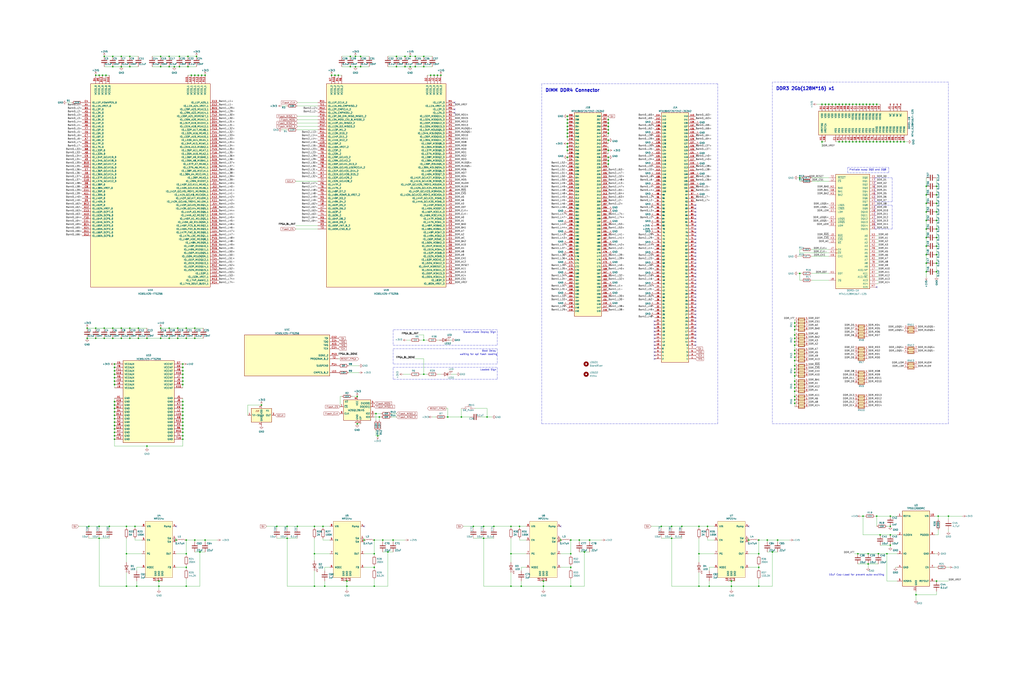
<source format=kicad_sch>
(kicad_sch (version 20211123) (generator eeschema)
  (paper "User" 760.984 499.999)
  (junction (at 648.97 105.41))
  (junction (at 85.09 273.05))
  (junction (at 135.89 316.23))
  (junction (at 129.54 49.53))
  (junction (at 85.09 303.53))
  (junction (at 688.34 151.13))
  (junction (at 85.09 298.45))
  (junction (at 641.35 77.47))
  (junction (at 590.55 245.11))
  (junction (at 704.85 383.54))
  (junction (at 85.09 308.61))
  (junction (at 135.89 283.21))
  (junction (at 613.41 77.47))
  (junction (at 138.43 251.46))
  (junction (at 138.43 421.64))
  (junction (at 342.9 309.88))
  (junction (at 695.96 144.78))
  (junction (at 615.95 77.47))
  (junction (at 284.48 401.32))
  (junction (at 452.12 111.76))
  (junction (at 300.99 41.91))
  (junction (at 135.89 273.05))
  (junction (at 631.19 105.41))
  (junction (at 138.43 243.84))
  (junction (at 144.78 251.46))
  (junction (at 83.82 41.91))
  (junction (at 308.61 49.53))
  (junction (at 96.52 243.84))
  (junction (at 695.96 176.53))
  (junction (at 135.89 323.85))
  (junction (at 525.78 391.16))
  (junction (at 361.95 309.88))
  (junction (at 645.16 411.48))
  (junction (at 71.12 243.84))
  (junction (at 367.03 391.16))
  (junction (at 125.73 251.46))
  (junction (at 664.21 105.41))
  (junction (at 416.56 401.32))
  (junction (at 118.11 435.61))
  (junction (at 77.47 243.84))
  (junction (at 403.86 435.61))
  (junction (at 638.81 105.41))
  (junction (at 641.35 105.41))
  (junction (at 147.32 55.88))
  (junction (at 102.87 243.84))
  (junction (at 379.73 435.61))
  (junction (at 304.8 49.53))
  (junction (at 267.97 41.91))
  (junction (at 661.67 105.41))
  (junction (at 570.23 401.32))
  (junction (at 656.59 105.41))
  (junction (at 610.87 105.41))
  (junction (at 152.4 401.32))
  (junction (at 85.09 321.31))
  (junction (at 85.09 270.51))
  (junction (at 119.38 251.46))
  (junction (at 637.54 411.48))
  (junction (at 135.89 303.53))
  (junction (at 135.89 313.69))
  (junction (at 85.09 311.15))
  (junction (at 421.64 116.84))
  (junction (at 139.7 49.53))
  (junction (at 138.43 435.61))
  (junction (at 81.28 391.16))
  (junction (at 594.36 203.2))
  (junction (at 267.97 49.53))
  (junction (at 71.12 55.88))
  (junction (at 633.73 105.41))
  (junction (at 688.34 163.83))
  (junction (at 96.52 41.91))
  (junction (at 421.64 96.52))
  (junction (at 213.36 391.16))
  (junction (at 590.55 297.18))
  (junction (at 590.55 260.35))
  (junction (at 93.98 435.61))
  (junction (at 71.12 251.46))
  (junction (at 264.16 49.53))
  (junction (at 645.16 419.1))
  (junction (at 146.05 41.91))
  (junction (at 77.47 251.46))
  (junction (at 499.11 400.05))
  (junction (at 85.09 278.13))
  (junction (at 320.04 55.88))
  (junction (at 109.22 251.46))
  (junction (at 265.43 294.64))
  (junction (at 278.13 421.64))
  (junction (at 688.34 138.43))
  (junction (at 135.89 285.75))
  (junction (at 688.34 170.18))
  (junction (at 543.56 435.61))
  (junction (at 424.18 435.61))
  (junction (at 278.13 435.61))
  (junction (at 590.55 288.29))
  (junction (at 100.33 391.16))
  (junction (at 671.83 105.41))
  (junction (at 633.73 77.47))
  (junction (at 332.74 309.88))
  (junction (at 695.96 170.18))
  (junction (at 135.89 298.45))
  (junction (at 438.15 401.32))
  (junction (at 403.86 431.8))
  (junction (at 85.09 318.77))
  (junction (at 430.53 401.32))
  (junction (at 85.09 275.59))
  (junction (at 85.09 280.67))
  (junction (at 257.81 435.61))
  (junction (at 288.29 410.21))
  (junction (at 85.09 306.07))
  (junction (at 636.27 105.41))
  (junction (at 590.55 265.43))
  (junction (at 144.78 243.84))
  (junction (at 135.89 318.77))
  (junction (at 260.35 41.91))
  (junction (at 695.96 182.88))
  (junction (at 83.82 243.84))
  (junction (at 543.56 431.8))
  (junction (at 452.12 99.06))
  (junction (at 590.55 271.78))
  (junction (at 85.09 283.21))
  (junction (at 101.6 435.61))
  (junction (at 359.41 391.16))
  (junction (at 519.43 391.16))
  (junction (at 661.67 383.54))
  (junction (at 590.55 240.03))
  (junction (at 651.51 77.47))
  (junction (at 314.96 41.91))
  (junction (at 452.12 96.52))
  (junction (at 125.73 49.53))
  (junction (at 688.34 157.48))
  (junction (at 93.98 411.48))
  (junction (at 327.66 55.88))
  (junction (at 90.17 49.53))
  (junction (at 688.34 182.88))
  (junction (at 618.49 77.47))
  (junction (at 680.72 441.96))
  (junction (at 424.18 401.32))
  (junction (at 278.13 411.48))
  (junction (at 325.12 55.88))
  (junction (at 688.34 144.78))
  (junction (at 90.17 251.46))
  (junction (at 73.66 391.16))
  (junction (at 636.27 77.47))
  (junction (at 83.82 251.46))
  (junction (at 76.2 55.88))
  (junction (at 688.34 189.23))
  (junction (at 421.64 101.6))
  (junction (at 248.92 55.88))
  (junction (at 452.12 116.84))
  (junction (at 643.89 105.41))
  (junction (at 421.64 106.68))
  (junction (at 135.89 278.13))
  (junction (at 590.55 251.46))
  (junction (at 519.43 411.48))
  (junction (at 452.12 104.14))
  (junction (at 688.34 201.93))
  (junction (at 308.61 41.91))
  (junction (at 135.89 321.31))
  (junction (at 628.65 105.41))
  (junction (at 424.18 421.64))
  (junction (at 85.09 300.99))
  (junction (at 590.55 294.64))
  (junction (at 64.77 251.46))
  (junction (at 135.89 275.59))
  (junction (at 96.52 49.53))
  (junction (at 233.68 391.16))
  (junction (at 359.41 400.05))
  (junction (at 130.81 401.32))
  (junction (at 641.35 383.54))
  (junction (at 314.96 278.13))
  (junction (at 96.52 251.46))
  (junction (at 590.55 285.75))
  (junction (at 264.16 41.91))
  (junction (at 628.65 77.47))
  (junction (at 85.09 316.23))
  (junction (at 499.11 391.16))
  (junction (at 241.3 435.61))
  (junction (at 421.64 88.9))
  (junction (at 132.08 243.84))
  (junction (at 152.4 55.88))
  (junction (at 421.64 86.36))
  (junction (at 119.38 41.91))
  (junction (at 590.55 254))
  (junction (at 646.43 105.41))
  (junction (at 688.34 195.58))
  (junction (at 695.96 157.48))
  (junction (at 144.78 401.32))
  (junction (at 314.96 49.53))
  (junction (at 351.79 391.16))
  (junction (at 294.64 49.53))
  (junction (at 93.98 391.16))
  (junction (at 90.17 243.84))
  (junction (at 621.03 77.47))
  (junction (at 590.55 256.54))
  (junction (at 133.35 49.53))
  (junction (at 651.51 105.41))
  (junction (at 556.26 401.32))
  (junction (at 280.67 323.85))
  (junction (at 695.96 163.83))
  (junction (at 695.96 201.93))
  (junction (at 125.73 243.84))
  (junction (at 563.88 421.64))
  (junction (at 85.09 326.39))
  (junction (at 590.55 262.89))
  (junction (at 590.55 242.57))
  (junction (at 421.64 93.98))
  (junction (at 85.09 323.85))
  (junction (at 119.38 49.53))
  (junction (at 205.74 391.16))
  (junction (at 519.43 435.61))
  (junction (at 424.18 411.48))
  (junction (at 109.22 331.47))
  (junction (at 452.12 93.98))
  (junction (at 251.46 55.88))
  (junction (at 527.05 435.61))
  (junction (at 246.38 55.88))
  (junction (at 695.96 151.13))
  (junction (at 610.87 77.47))
  (junction (at 661.67 397.51))
  (junction (at 132.08 251.46))
  (junction (at 590.55 267.97))
  (junction (at 654.05 105.41))
  (junction (at 102.87 251.46))
  (junction (at 64.77 243.84))
  (junction (at 138.43 411.48))
  (junction (at 133.35 41.91))
  (junction (at 590.55 299.72))
  (junction (at 220.98 391.16))
  (junction (at 233.68 411.48))
  (junction (at 265.43 314.96))
  (junction (at 626.11 105.41))
  (junction (at 119.38 243.84))
  (junction (at 643.89 77.47))
  (junction (at 73.66 400.05))
  (junction (at 294.64 41.91))
  (junction (at 648.97 77.47))
  (junction (at 421.64 91.44))
  (junction (at 139.7 41.91))
  (junction (at 257.81 431.8))
  (junction (at 73.66 55.88))
  (junction (at 623.57 105.41))
  (junction (at 563.88 435.61))
  (junction (at 697.23 383.54))
  (junction (at 135.89 280.67))
  (junction (at 590.55 274.32))
  (junction (at 506.73 391.16))
  (junction (at 135.89 308.61))
  (junction (at 78.74 55.88))
  (junction (at 421.64 111.76))
  (junction (at 77.47 41.91))
  (junction (at 563.88 401.32))
  (junction (at 590.55 248.92))
  (junction (at 379.73 391.16))
  (junction (at 695.96 138.43))
  (junction (at 304.8 41.91))
  (junction (at 452.12 121.92))
  (junction (at 83.82 49.53))
  (junction (at 688.34 176.53))
  (junction (at 386.08 391.16))
  (junction (at 387.35 435.61))
  (junction (at 590.55 283.21))
  (junction (at 577.85 401.32))
  (junction (at 125.73 41.91))
  (junction (at 118.11 431.8))
  (junction (at 666.75 105.41))
  (junction (at 213.36 400.05))
  (junction (at 421.64 109.22))
  (junction (at 669.29 105.41))
  (junction (at 281.94 309.88))
  (junction (at 638.81 77.47))
  (junction (at 149.86 55.88))
  (junction (at 590.55 279.4))
  (junction (at 144.78 55.88))
  (junction (at 279.4 307.34))
  (junction (at 135.89 270.51))
  (junction (at 142.24 55.88))
  (junction (at 322.58 55.88))
  (junction (at 260.35 49.53))
  (junction (at 278.13 401.32))
  (junction (at 148.59 410.21))
  (junction (at 695.96 431.8))
  (junction (at 661.67 391.16))
  (junction (at 379.73 411.48))
  (junction (at 138.43 401.32))
  (junction (at 452.12 119.38))
  (junction (at 135.89 311.15))
  (junction (at 659.13 411.48))
  (junction (at 623.57 77.47))
  (junction (at 646.43 77.47))
  (junction (at 631.19 77.47))
  (junction (at 66.04 391.16))
  (junction (at 85.09 313.69))
  (junction (at 85.09 285.75))
  (junction (at 491.49 391.16))
  (junction (at 651.51 383.54))
  (junction (at 233.68 435.61))
  (junction (at 659.13 105.41))
  (junction (at 695.96 189.23))
  (junction (at 270.51 401.32))
  (junction (at 652.78 411.48))
  (junction (at 695.96 195.58))
  (junction (at 590.55 290.83))
  (junction (at 574.04 410.21))
  (junction (at 421.64 99.06))
  (junction (at 563.88 411.48))
  (junction (at 135.89 306.07))
  (junction (at 292.1 401.32))
  (junction (at 626.11 77.47))
  (junction (at 135.89 300.99))
  (junction (at 590.55 276.86))
  (junction (at 654.05 397.51))
  (junction (at 314.96 252.73))
  (junction (at 300.99 49.53))
  (junction (at 240.03 391.16))
  (junction (at 434.34 410.21))
  (junction (at 661.67 405.13))
  (junction (at 135.89 326.39))
  (junction (at 194.31 300.99))
  (junction (at 594.36 132.08))
  (junction (at 452.12 88.9))
  (junction (at 452.12 91.44))
  (junction (at 90.17 41.91))
  (no_connect (at 516.89 231.14))
  (no_connect (at 516.89 198.12))
  (no_connect (at 516.89 208.28))
  (no_connect (at 516.89 193.04))
  (no_connect (at 556.26 391.16))
  (no_connect (at 486.41 264.16))
  (no_connect (at 516.89 241.3))
  (no_connect (at 516.89 203.2))
  (no_connect (at 486.41 251.46))
  (no_connect (at 516.89 213.36))
  (no_connect (at 516.89 248.92))
  (no_connect (at 516.89 243.84))
  (no_connect (at 486.41 266.7))
  (no_connect (at 486.41 256.54))
  (no_connect (at 516.89 223.52))
  (no_connect (at 516.89 220.98))
  (no_connect (at 486.41 254))
  (no_connect (at 516.89 210.82))
  (no_connect (at 516.89 251.46))
  (no_connect (at 516.89 233.68))
  (no_connect (at 486.41 259.08))
  (no_connect (at 516.89 152.4))
  (no_connect (at 516.89 154.94))
  (no_connect (at 516.89 157.48))
  (no_connect (at 516.89 160.02))
  (no_connect (at 516.89 162.56))
  (no_connect (at 516.89 165.1))
  (no_connect (at 516.89 167.64))
  (no_connect (at 516.89 170.18))
  (no_connect (at 516.89 172.72))
  (no_connect (at 516.89 177.8))
  (no_connect (at 516.89 180.34))
  (no_connect (at 516.89 182.88))
  (no_connect (at 516.89 190.5))
  (no_connect (at 516.89 175.26))
  (no_connect (at 516.89 185.42))
  (no_connect (at 516.89 187.96))
  (no_connect (at 516.89 246.38))
  (no_connect (at 516.89 200.66))
  (no_connect (at 516.89 218.44))
  (no_connect (at 486.41 238.76))
  (no_connect (at 486.41 243.84))
  (no_connect (at 337.82 76.2))
  (no_connect (at 337.82 81.28))
  (no_connect (at 337.82 83.82))
  (no_connect (at 516.89 254))
  (no_connect (at 486.41 261.62))
  (no_connect (at 516.89 215.9))
  (no_connect (at 486.41 246.38))
  (no_connect (at 516.89 195.58))
  (no_connect (at 416.56 391.16))
  (no_connect (at 270.51 391.16))
  (no_connect (at 130.81 391.16))
  (no_connect (at 516.89 228.6))
  (no_connect (at 651.51 213.36))
  (no_connect (at 486.41 248.92))
  (no_connect (at 516.89 238.76))
  (no_connect (at 516.89 205.74))
  (no_connect (at 516.89 236.22))
  (no_connect (at 516.89 226.06))
  (no_connect (at 486.41 241.3))
  (no_connect (at 516.89 256.54))
  (wire (pts (xy 135.89 278.13) (xy 135.89 280.67)))
  (wire (pts (xy 652.78 182.88) (xy 651.51 182.88)))
  (wire (pts (xy 85.09 275.59) (xy 85.09 278.13)))
  (polyline (pts (xy 292.1 273.05) (xy 369.57 273.05)))
  (wire (pts (xy 83.82 251.46) (xy 90.17 251.46)))
  (wire (pts (xy 118.11 438.15) (xy 118.11 435.61)))
  (wire (pts (xy 694.69 431.8) (xy 695.96 431.8)))
  (wire (pts (xy 278.13 401.32) (xy 278.13 411.48)))
  (wire (pts (xy 361.95 309.88) (xy 365.76 309.88)))
  (wire (pts (xy 118.11 435.61) (xy 138.43 435.61)))
  (wire (pts (xy 403.86 438.15) (xy 403.86 435.61)))
  (wire (pts (xy 135.89 323.85) (xy 135.89 326.39)))
  (wire (pts (xy 135.89 275.59) (xy 135.89 278.13)))
  (wire (pts (xy 543.56 431.8) (xy 546.1 431.8)))
  (wire (pts (xy 359.41 392.43) (xy 359.41 391.16)))
  (wire (pts (xy 144.78 55.88) (xy 147.32 55.88)))
  (wire (pts (xy 133.35 41.91) (xy 139.7 41.91)))
  (wire (pts (xy 695.96 163.83) (xy 695.96 157.48)))
  (wire (pts (xy 251.46 55.88) (xy 254 55.88)))
  (wire (pts (xy 220.98 391.16) (xy 233.68 391.16)))
  (wire (pts (xy 651.51 391.16) (xy 651.51 383.54)))
  (wire (pts (xy 424.18 401.32) (xy 430.53 401.32)))
  (wire (pts (xy 102.87 251.46) (xy 109.22 251.46)))
  (wire (pts (xy 220.98 91.44) (xy 236.22 91.44)))
  (wire (pts (xy 85.09 316.23) (xy 85.09 318.77)))
  (wire (pts (xy 590.55 254) (xy 590.55 256.54)))
  (wire (pts (xy 278.13 421.64) (xy 278.13 420.37)))
  (wire (pts (xy 452.12 88.9) (xy 452.12 91.44)))
  (wire (pts (xy 102.87 243.84) (xy 109.22 243.84)))
  (polyline (pts (xy 292.1 256.54) (xy 369.57 256.54)))
  (wire (pts (xy 527.05 424.18) (xy 527.05 421.64)))
  (wire (pts (xy 314.96 266.7) (xy 314.96 278.13)))
  (wire (pts (xy 308.61 266.7) (xy 314.96 266.7)))
  (wire (pts (xy 83.82 49.53) (xy 90.17 49.53)))
  (wire (pts (xy 641.35 383.54) (xy 642.62 383.54)))
  (wire (pts (xy 652.78 203.2) (xy 651.51 203.2)))
  (wire (pts (xy 452.12 86.36) (xy 452.12 88.9)))
  (wire (pts (xy 264.16 41.91) (xy 267.97 41.91)))
  (wire (pts (xy 694.69 383.54) (xy 697.23 383.54)))
  (wire (pts (xy 577.85 401.32) (xy 586.74 401.32)))
  (wire (pts (xy 233.68 392.43) (xy 233.68 391.16)))
  (wire (pts (xy 85.09 298.45) (xy 85.09 300.99)))
  (wire (pts (xy 416.56 421.64) (xy 424.18 421.64)))
  (wire (pts (xy 118.11 431.8) (xy 118.11 435.61)))
  (wire (pts (xy 304.8 49.53) (xy 308.61 49.53)))
  (wire (pts (xy 434.34 410.21) (xy 430.53 410.21)))
  (wire (pts (xy 623.57 77.47) (xy 621.03 77.47)))
  (wire (pts (xy 379.73 435.61) (xy 359.41 435.61)))
  (wire (pts (xy 659.13 105.41) (xy 661.67 105.41)))
  (wire (pts (xy 278.13 401.32) (xy 284.48 401.32)))
  (wire (pts (xy 284.48 402.59) (xy 284.48 401.32)))
  (wire (pts (xy 259.08 276.86) (xy 266.7 276.86)))
  (wire (pts (xy 421.64 109.22) (xy 421.64 111.76)))
  (wire (pts (xy 652.78 190.5) (xy 651.51 190.5)))
  (wire (pts (xy 248.92 55.88) (xy 251.46 55.88)))
  (wire (pts (xy 367.03 400.05) (xy 359.41 400.05)))
  (wire (pts (xy 563.88 411.48) (xy 563.88 412.75)))
  (wire (pts (xy 646.43 77.47) (xy 643.89 77.47)))
  (wire (pts (xy 626.11 105.41) (xy 628.65 105.41)))
  (wire (pts (xy 688.34 157.48) (xy 688.34 151.13)))
  (wire (pts (xy 430.53 401.32) (xy 438.15 401.32)))
  (polyline (pts (xy 369.57 259.08) (xy 369.57 270.51)))
  (wire (pts (xy 213.36 391.16) (xy 205.74 391.16)))
  (wire (pts (xy 335.28 278.13) (xy 339.09 278.13)))
  (wire (pts (xy 135.89 303.53) (xy 135.89 306.07)))
  (wire (pts (xy 519.43 435.61) (xy 499.11 435.61)))
  (wire (pts (xy 695.96 170.18) (xy 695.96 163.83)))
  (wire (pts (xy 641.35 105.41) (xy 643.89 105.41)))
  (wire (pts (xy 100.33 400.05) (xy 100.33 401.32)))
  (wire (pts (xy 135.89 295.91) (xy 135.89 298.45)))
  (wire (pts (xy 563.88 422.91) (xy 563.88 421.64)))
  (polyline (pts (xy 369.57 256.54) (xy 369.57 245.11)))
  (wire (pts (xy 251.46 266.7) (xy 252.73 266.7)))
  (wire (pts (xy 125.73 243.84) (xy 132.08 243.84)))
  (wire (pts (xy 109.22 331.47) (xy 109.22 332.74)))
  (wire (pts (xy 77.47 243.84) (xy 83.82 243.84)))
  (wire (pts (xy 85.09 323.85) (xy 85.09 326.39)))
  (wire (pts (xy 645.16 411.48) (xy 637.54 411.48)))
  (wire (pts (xy 135.89 331.47) (xy 109.22 331.47)))
  (wire (pts (xy 213.36 96.52) (xy 209.55 96.52)))
  (wire (pts (xy 100.33 391.16) (xy 93.98 391.16)))
  (wire (pts (xy 139.7 55.88) (xy 142.24 55.88)))
  (wire (pts (xy 240.03 391.16) (xy 233.68 391.16)))
  (wire (pts (xy 659.13 431.8) (xy 666.75 431.8)))
  (wire (pts (xy 661.67 406.4) (xy 661.67 405.13)))
  (wire (pts (xy 386.08 400.05) (xy 386.08 401.32)))
  (wire (pts (xy 652.78 200.66) (xy 651.51 200.66)))
  (wire (pts (xy 300.99 41.91) (xy 304.8 41.91)))
  (wire (pts (xy 574.04 410.21) (xy 570.23 410.21)))
  (wire (pts (xy 135.89 316.23) (xy 135.89 318.77)))
  (polyline (pts (xy 704.85 314.96) (xy 704.85 60.96)))
  (wire (pts (xy 279.4 323.85) (xy 280.67 323.85)))
  (wire (pts (xy 379.73 400.05) (xy 379.73 411.48)))
  (wire (pts (xy 695.96 176.53) (xy 695.96 170.18)))
  (wire (pts (xy 118.11 431.8) (xy 120.65 431.8)))
  (wire (pts (xy 386.08 391.16) (xy 379.73 391.16)))
  (wire (pts (xy 671.83 105.41) (xy 674.37 105.41)))
  (wire (pts (xy 101.6 435.61) (xy 118.11 435.61)))
  (wire (pts (xy 96.52 41.91) (xy 102.87 41.91)))
  (wire (pts (xy 628.65 105.41) (xy 631.19 105.41)))
  (wire (pts (xy 452.12 121.92) (xy 452.12 124.46)))
  (wire (pts (xy 643.89 105.41) (xy 646.43 105.41)))
  (wire (pts (xy 135.89 283.21) (xy 135.89 285.75)))
  (wire (pts (xy 631.19 77.47) (xy 628.65 77.47)))
  (wire (pts (xy 367.03 391.16) (xy 379.73 391.16)))
  (wire (pts (xy 93.98 435.61) (xy 101.6 435.61)))
  (wire (pts (xy 245.11 391.16) (xy 240.03 391.16)))
  (wire (pts (xy 359.41 391.16) (xy 351.79 391.16)))
  (wire (pts (xy 530.86 391.16) (xy 525.78 391.16)))
  (wire (pts (xy 240.03 400.05) (xy 240.03 401.32)))
  (wire (pts (xy 361.95 303.53) (xy 361.95 309.88)))
  (wire (pts (xy 610.87 109.22) (xy 610.87 105.41)))
  (wire (pts (xy 694.69 397.51) (xy 697.23 397.51)))
  (wire (pts (xy 257.81 435.61) (xy 278.13 435.61)))
  (wire (pts (xy 688.34 163.83) (xy 688.34 157.48)))
  (wire (pts (xy 652.78 411.48) (xy 645.16 411.48)))
  (wire (pts (xy 590.55 245.11) (xy 590.55 248.92)))
  (wire (pts (xy 661.67 105.41) (xy 664.21 105.41)))
  (wire (pts (xy 519.43 417.83) (xy 519.43 411.48)))
  (wire (pts (xy 300.99 49.53) (xy 304.8 49.53)))
  (wire (pts (xy 81.28 391.16) (xy 73.66 391.16)))
  (wire (pts (xy 257.81 431.8) (xy 257.81 435.61)))
  (wire (pts (xy 312.42 252.73) (xy 314.96 252.73)))
  (wire (pts (xy 130.81 401.32) (xy 130.81 402.59)))
  (wire (pts (xy 590.55 256.54) (xy 590.55 260.35)))
  (wire (pts (xy 213.36 400.05) (xy 205.74 400.05)))
  (wire (pts (xy 697.23 393.7) (xy 697.23 397.51)))
  (wire (pts (xy 288.29 410.21) (xy 288.29 435.61)))
  (wire (pts (xy 85.09 280.67) (xy 85.09 283.21)))
  (wire (pts (xy 314.96 248.92) (xy 314.96 252.73)))
  (wire (pts (xy 651.51 77.47) (xy 648.97 77.47)))
  (wire (pts (xy 652.78 205.74) (xy 651.51 205.74)))
  (wire (pts (xy 666.75 397.51) (xy 661.67 397.51)))
  (wire (pts (xy 499.11 400.05) (xy 499.11 435.61)))
  (wire (pts (xy 543.56 435.61) (xy 563.88 435.61)))
  (wire (pts (xy 130.81 400.05) (xy 130.81 401.32)))
  (wire (pts (xy 119.38 251.46) (xy 125.73 251.46)))
  (wire (pts (xy 284.48 401.32) (xy 292.1 401.32)))
  (wire (pts (xy 85.09 313.69) (xy 85.09 316.23)))
  (wire (pts (xy 213.36 392.43) (xy 213.36 391.16)))
  (wire (pts (xy 252.73 294.64) (xy 252.73 302.26)))
  (wire (pts (xy 292.1 410.21) (xy 288.29 410.21)))
  (wire (pts (xy 135.89 308.61) (xy 135.89 311.15)))
  (wire (pts (xy 278.13 422.91) (xy 278.13 421.64)))
  (polyline (pts (xy 369.57 273.05) (xy 369.57 281.94)))
  (wire (pts (xy 220.98 88.9) (xy 236.22 88.9)))
  (wire (pts (xy 144.78 402.59) (xy 144.78 401.32)))
  (wire (pts (xy 314.96 252.73) (xy 317.5 252.73)))
  (wire (pts (xy 233.68 424.18) (xy 233.68 435.61)))
  (wire (pts (xy 613.41 105.41) (xy 610.87 105.41)))
  (wire (pts (xy 93.98 400.05) (xy 93.98 411.48)))
  (wire (pts (xy 386.08 401.32) (xy 391.16 401.32)))
  (wire (pts (xy 563.88 435.61) (xy 563.88 430.53)))
  (polyline (pts (xy 292.1 270.51) (xy 292.1 259.08)))
  (wire (pts (xy 695.96 182.88) (xy 695.96 176.53)))
  (wire (pts (xy 652.78 177.8) (xy 651.51 177.8)))
  (wire (pts (xy 292.1 401.32) (xy 300.99 401.32)))
  (wire (pts (xy 138.43 435.61) (xy 138.43 430.53)))
  (polyline (pts (xy 662.94 170.18) (xy 662.94 152.4)))
  (wire (pts (xy 83.82 41.91) (xy 90.17 41.91)))
  (wire (pts (xy 100.33 392.43) (xy 100.33 391.16)))
  (wire (pts (xy 590.55 251.46) (xy 590.55 254)))
  (wire (pts (xy 135.89 318.77) (xy 135.89 321.31)))
  (wire (pts (xy 220.98 400.05) (xy 213.36 400.05)))
  (wire (pts (xy 265.43 314.96) (xy 267.97 314.96)))
  (wire (pts (xy 401.32 431.8) (xy 403.86 431.8)))
  (wire (pts (xy 148.59 410.21) (xy 148.59 435.61)))
  (wire (pts (xy 387.35 431.8) (xy 387.35 435.61)))
  (wire (pts (xy 652.78 411.48) (xy 659.13 411.48)))
  (wire (pts (xy 73.66 392.43) (xy 73.66 391.16)))
  (wire (pts (xy 142.24 55.88) (xy 144.78 55.88)))
  (wire (pts (xy 367.03 392.43) (xy 367.03 391.16)))
  (wire (pts (xy 81.28 391.16) (xy 93.98 391.16)))
  (wire (pts (xy 452.12 119.38) (xy 452.12 121.92)))
  (wire (pts (xy 130.81 411.48) (xy 138.43 411.48)))
  (wire (pts (xy 278.13 307.34) (xy 279.4 307.34)))
  (wire (pts (xy 359.41 400.05) (xy 359.41 435.61)))
  (wire (pts (xy 416.56 411.48) (xy 424.18 411.48)))
  (wire (pts (xy 659.13 391.16) (xy 661.67 391.16)))
  (wire (pts (xy 85.09 331.47) (xy 109.22 331.47)))
  (wire (pts (xy 294.64 307.34) (xy 290.83 307.34)))
  (polyline (pts (xy 533.4 62.23) (xy 402.59 62.23)))
  (wire (pts (xy 391.16 391.16) (xy 386.08 391.16)))
  (wire (pts (xy 109.22 251.46) (xy 119.38 251.46)))
  (wire (pts (xy 386.08 392.43) (xy 386.08 391.16)))
  (wire (pts (xy 119.38 49.53) (xy 125.73 49.53)))
  (wire (pts (xy 241.3 424.18) (xy 241.3 421.64)))
  (wire (pts (xy 525.78 392.43) (xy 525.78 391.16)))
  (polyline (pts (xy 662.94 149.86) (xy 662.94 132.08)))
  (wire (pts (xy 695.96 201.93) (xy 695.96 195.58)))
  (wire (pts (xy 570.23 401.32) (xy 577.85 401.32)))
  (wire (pts (xy 680.72 441.96) (xy 695.96 441.96)))
  (wire (pts (xy 93.98 411.48) (xy 105.41 411.48)))
  (wire (pts (xy 421.64 116.84) (xy 421.64 119.38)))
  (wire (pts (xy 659.13 431.8) (xy 659.13 411.48)))
  (wire (pts (xy 85.09 321.31) (xy 85.09 323.85)))
  (wire (pts (xy 704.85 386.08) (xy 704.85 383.54)))
  (wire (pts (xy 665.48 421.64) (xy 666.75 421.64)))
  (wire (pts (xy 96.52 243.84) (xy 102.87 243.84)))
  (wire (pts (xy 152.4 401.32) (xy 152.4 402.59)))
  (wire (pts (xy 71.12 55.88) (xy 73.66 55.88)))
  (wire (pts (xy 125.73 49.53) (xy 129.54 49.53)))
  (wire (pts (xy 77.47 41.91) (xy 83.82 41.91)))
  (wire (pts (xy 680.72 445.77) (xy 680.72 441.96)))
  (polyline (pts (xy 402.59 314.96) (xy 533.4 314.96)))
  (wire (pts (xy 125.73 251.46) (xy 132.08 251.46)))
  (wire (pts (xy 332.74 309.88) (xy 342.9 309.88)))
  (wire (pts (xy 261.62 294.64) (xy 265.43 294.64)))
  (wire (pts (xy 213.36 435.61) (xy 233.68 435.61)))
  (wire (pts (xy 135.89 280.67) (xy 135.89 283.21)))
  (wire (pts (xy 424.18 422.91) (xy 424.18 421.64)))
  (wire (pts (xy 85.09 308.61) (xy 85.09 311.15)))
  (wire (pts (xy 688.34 151.13) (xy 688.34 144.78)))
  (wire (pts (xy 506.73 391.16) (xy 499.11 391.16)))
  (wire (pts (xy 135.89 321.31) (xy 135.89 323.85)))
  (wire (pts (xy 438.15 410.21) (xy 434.34 410.21)))
  (wire (pts (xy 138.43 401.32) (xy 138.43 411.48)))
  (wire (pts (xy 321.31 309.88) (xy 323.85 309.88)))
  (wire (pts (xy 603.25 132.08) (xy 615.95 132.08)))
  (wire (pts (xy 654.05 405.13) (xy 661.67 405.13)))
  (wire (pts (xy 519.43 425.45) (xy 519.43 435.61)))
  (wire (pts (xy 527.05 431.8) (xy 527.05 435.61)))
  (wire (pts (xy 267.97 49.53) (xy 274.32 49.53)))
  (wire (pts (xy 270.51 421.64) (xy 278.13 421.64)))
  (wire (pts (xy 452.12 104.14) (xy 452.12 106.68)))
  (wire (pts (xy 637.54 419.1) (xy 645.16 419.1)))
  (wire (pts (xy 664.21 105.41) (xy 666.75 105.41)))
  (wire (pts (xy 213.36 400.05) (xy 213.36 435.61)))
  (wire (pts (xy 695.96 421.64) (xy 694.69 421.64)))
  (polyline (pts (xy 369.57 270.51) (xy 292.1 270.51)))
  (wire (pts (xy 590.55 265.43) (xy 590.55 267.97)))
  (wire (pts (xy 643.89 77.47) (xy 641.35 77.47)))
  (wire (pts (xy 240.03 401.32) (xy 245.11 401.32)))
  (wire (pts (xy 85.09 270.51) (xy 85.09 273.05)))
  (wire (pts (xy 527.05 421.64) (xy 530.86 421.64)))
  (polyline (pts (xy 533.4 314.96) (xy 533.4 62.23)))
  (polyline (pts (xy 650.24 132.08) (xy 650.24 149.86)))
  (wire (pts (xy 688.34 144.78) (xy 688.34 138.43)))
  (wire (pts (xy 254 41.91) (xy 260.35 41.91)))
  (wire (pts (xy 93.98 425.45) (xy 93.98 435.61)))
  (wire (pts (xy 81.28 392.43) (xy 81.28 391.16)))
  (wire (pts (xy 421.64 88.9) (xy 421.64 91.44)))
  (wire (pts (xy 77.47 251.46) (xy 83.82 251.46)))
  (wire (pts (xy 135.89 306.07) (xy 135.89 308.61)))
  (wire (pts (xy 695.96 151.13) (xy 695.96 144.78)))
  (wire (pts (xy 125.73 41.91) (xy 133.35 41.91)))
  (wire (pts (xy 78.74 55.88) (xy 81.28 55.88)))
  (wire (pts (xy 325.12 252.73) (xy 326.39 252.73)))
  (wire (pts (xy 452.12 99.06) (xy 452.12 101.6)))
  (wire (pts (xy 452.12 93.98) (xy 452.12 96.52)))
  (wire (pts (xy 695.96 205.74) (xy 695.96 201.93)))
  (wire (pts (xy 152.4 410.21) (xy 148.59 410.21)))
  (wire (pts (xy 139.7 41.91) (xy 146.05 41.91)))
  (wire (pts (xy 220.98 392.43) (xy 220.98 391.16)))
  (wire (pts (xy 688.34 201.93) (xy 688.34 195.58)))
  (wire (pts (xy 135.89 300.99) (xy 135.89 303.53)))
  (wire (pts (xy 641.35 77.47) (xy 638.81 77.47)))
  (wire (pts (xy 695.96 411.48) (xy 694.69 411.48)))
  (wire (pts (xy 666.75 105.41) (xy 669.29 105.41)))
  (wire (pts (xy 254 294.64) (xy 252.73 294.64)))
  (wire (pts (xy 438.15 401.32) (xy 438.15 402.59)))
  (wire (pts (xy 312.42 278.13) (xy 314.96 278.13)))
  (wire (pts (xy 424.18 421.64) (xy 424.18 420.37)))
  (wire (pts (xy 452.12 111.76) (xy 452.12 114.3)))
  (wire (pts (xy 119.38 41.91) (xy 125.73 41.91)))
  (wire (pts (xy 76.2 55.88) (xy 78.74 55.88)))
  (wire (pts (xy 93.98 392.43) (xy 93.98 391.16)))
  (wire (pts (xy 688.34 195.58) (xy 688.34 189.23)))
  (wire (pts (xy 621.03 105.41) (xy 623.57 105.41)))
  (wire (pts (xy 636.27 105.41) (xy 638.81 105.41)))
  (wire (pts (xy 288.29 41.91) (xy 294.64 41.91)))
  (polyline (pts (xy 369.57 245.11) (xy 292.1 245.11)))
  (wire (pts (xy 621.03 77.47) (xy 618.49 77.47)))
  (wire (pts (xy 379.73 425.45) (xy 379.73 435.61)))
  (wire (pts (xy 603.25 185.42) (xy 615.95 185.42)))
  (wire (pts (xy 219.71 167.64) (xy 236.22 167.64)))
  (wire (pts (xy 669.29 105.41) (xy 671.83 105.41)))
  (wire (pts (xy 556.26 421.64) (xy 563.88 421.64)))
  (wire (pts (xy 246.38 55.88) (xy 248.92 55.88)))
  (wire (pts (xy 623.57 105.41) (xy 626.11 105.41)))
  (wire (pts (xy 281.94 309.88) (xy 281.94 312.42)))
  (wire (pts (xy 628.65 77.47) (xy 626.11 77.47)))
  (wire (pts (xy 344.17 391.16) (xy 351.79 391.16)))
  (wire (pts (xy 105.41 391.16) (xy 100.33 391.16)))
  (wire (pts (xy 421.64 101.6) (xy 421.64 104.14)))
  (wire (pts (xy 241.3 421.64) (xy 245.11 421.64)))
  (wire (pts (xy 593.09 132.08) (xy 594.36 132.08)))
  (wire (pts (xy 144.78 401.32) (xy 152.4 401.32)))
  (wire (pts (xy 635 411.48) (xy 637.54 411.48)))
  (wire (pts (xy 148.59 435.61) (xy 138.43 435.61)))
  (wire (pts (xy 594.36 187.96) (xy 615.95 187.96)))
  (wire (pts (xy 577.85 410.21) (xy 574.04 410.21)))
  (wire (pts (xy 270.51 400.05) (xy 270.51 401.32)))
  (wire (pts (xy 594.36 132.08) (xy 595.63 132.08)))
  (wire (pts (xy 603.25 203.2) (xy 615.95 203.2)))
  (wire (pts (xy 220.98 391.16) (xy 213.36 391.16)))
  (wire (pts (xy 695.96 189.23) (xy 695.96 182.88)))
  (wire (pts (xy 590.55 260.35) (xy 590.55 262.89)))
  (wire (pts (xy 149.86 55.88) (xy 152.4 55.88)))
  (wire (pts (xy 135.89 311.15) (xy 135.89 313.69)))
  (wire (pts (xy 278.13 309.88) (xy 281.94 309.88)))
  (wire (pts (xy 590.55 279.4) (xy 590.55 283.21)))
  (wire (pts (xy 403.86 431.8) (xy 406.4 431.8)))
  (wire (pts (xy 101.6 424.18) (xy 101.6 421.64)))
  (wire (pts (xy 519.43 392.43) (xy 519.43 391.16)))
  (wire (pts (xy 85.09 306.07) (xy 85.09 308.61)))
  (polyline (pts (xy 574.04 314.96) (xy 704.85 314.96)))
  (wire (pts (xy 574.04 410.21) (xy 574.04 435.61)))
  (wire (pts (xy 590.55 242.57) (xy 590.55 245.11)))
  (wire (pts (xy 71.12 243.84) (xy 77.47 243.84)))
  (wire (pts (xy 452.12 109.22) (xy 452.12 111.76)))
  (wire (pts (xy 73.66 400.05) (xy 66.04 400.05)))
  (wire (pts (xy 90.17 243.84) (xy 96.52 243.84)))
  (wire (pts (xy 139.7 49.53) (xy 146.05 49.53)))
  (wire (pts (xy 607.06 77.47) (xy 610.87 77.47)))
  (wire (pts (xy 144.78 243.84) (xy 151.13 243.84)))
  (wire (pts (xy 656.59 105.41) (xy 659.13 105.41)))
  (wire (pts (xy 100.33 401.32) (xy 105.41 401.32)))
  (wire (pts (xy 603.25 208.28) (xy 615.95 208.28)))
  (wire (pts (xy 688.34 189.23) (xy 688.34 182.88)))
  (wire (pts (xy 85.09 311.15) (xy 85.09 313.69)))
  (wire (pts (xy 85.09 283.21) (xy 85.09 285.75)))
  (wire (pts (xy 688.34 176.53) (xy 688.34 170.18)))
  (wire (pts (xy 132.08 251.46) (xy 138.43 251.46)))
  (wire (pts (xy 695.96 195.58) (xy 695.96 189.23)))
  (wire (pts (xy 421.64 93.98) (xy 421.64 96.52)))
  (wire (pts (xy 563.88 421.64) (xy 563.88 420.37)))
  (wire (pts (xy 680.72 439.42) (xy 680.72 441.96)))
  (wire (pts (xy 633.73 105.41) (xy 636.27 105.41)))
  (wire (pts (xy 135.89 270.51) (xy 135.89 273.05)))
  (wire (pts (xy 636.27 77.47) (xy 633.73 77.47)))
  (polyline (pts (xy 704.85 60.96) (xy 574.04 60.96)))
  (wire (pts (xy 652.78 210.82) (xy 651.51 210.82)))
  (wire (pts (xy 421.64 99.06) (xy 421.64 101.6)))
  (wire (pts (xy 379.73 435.61) (xy 387.35 435.61)))
  (wire (pts (xy 421.64 111.76) (xy 421.64 114.3)))
  (wire (pts (xy 483.87 391.16) (xy 491.49 391.16)))
  (wire (pts (xy 259.08 271.78) (xy 266.7 271.78)))
  (wire (pts (xy 322.58 55.88) (xy 325.12 55.88)))
  (wire (pts (xy 85.09 295.91) (xy 85.09 298.45)))
  (wire (pts (xy 233.68 411.48) (xy 245.11 411.48)))
  (wire (pts (xy 704.85 383.54) (xy 715.01 383.54)))
  (wire (pts (xy 85.09 318.77) (xy 85.09 321.31)))
  (wire (pts (xy 270.51 411.48) (xy 278.13 411.48)))
  (wire (pts (xy 77.47 49.53) (xy 83.82 49.53)))
  (wire (pts (xy 695.96 144.78) (xy 695.96 138.43)))
  (wire (pts (xy 294.64 309.88) (xy 290.83 309.88)))
  (wire (pts (xy 96.52 251.46) (xy 102.87 251.46)))
  (wire (pts (xy 697.23 386.08) (xy 697.23 383.54)))
  (wire (pts (xy 648.97 77.47) (xy 646.43 77.47)))
  (wire (pts (xy 638.81 105.41) (xy 641.35 105.41)))
  (wire (pts (xy 499.11 392.43) (xy 499.11 391.16)))
  (wire (pts (xy 590.55 288.29) (xy 590.55 290.83)))
  (wire (pts (xy 543.56 431.8) (xy 543.56 435.61)))
  (wire (pts (xy 556.26 401.32) (xy 556.26 402.59)))
  (wire (pts (xy 387.35 424.18) (xy 387.35 421.64)))
  (wire (pts (xy 603.25 134.62) (xy 615.95 134.62)))
  (wire (pts (xy 53.34 76.2) (xy 49.53 76.2)))
  (wire (pts (xy 73.66 400.05) (xy 73.66 435.61)))
  (wire (pts (xy 209.55 78.74) (xy 213.36 78.74)))
  (wire (pts (xy 506.73 392.43) (xy 506.73 391.16)))
  (wire (pts (xy 590.55 262.89) (xy 590.55 265.43)))
  (wire (pts (xy 260.35 41.91) (xy 264.16 41.91)))
  (wire (pts (xy 135.89 298.45) (xy 135.89 300.99)))
  (wire (pts (xy 254 49.53) (xy 260.35 49.53)))
  (wire (pts (xy 688.34 182.88) (xy 688.34 176.53)))
  (wire (pts (xy 593.09 190.5) (xy 595.63 190.5)))
  (wire (pts (xy 356.87 309.88) (xy 361.95 309.88)))
  (wire (pts (xy 130.81 421.64) (xy 138.43 421.64)))
  (wire (pts (xy 519.43 400.05) (xy 519.43 411.48)))
  (wire (pts (xy 594.36 203.2) (xy 595.63 203.2)))
  (wire (pts (xy 688.34 138.43) (xy 688.34 132.08)))
  (wire (pts (xy 652.78 193.04) (xy 651.51 193.04)))
  (wire (pts (xy 525.78 401.32) (xy 530.86 401.32)))
  (wire (pts (xy 525.78 391.16) (xy 519.43 391.16)))
  (wire (pts (xy 264.16 49.53) (xy 267.97 49.53)))
  (wire (pts (xy 421.64 86.36) (xy 421.64 88.9)))
  (wire (pts (xy 81.28 400.05) (xy 73.66 400.05)))
  (wire (pts (xy 563.88 401.32) (xy 570.23 401.32)))
  (wire (pts (xy 129.54 49.53) (xy 133.35 49.53)))
  (wire (pts (xy 93.98 417.83) (xy 93.98 411.48)))
  (wire (pts (xy 703.58 421.64) (xy 704.85 421.64)))
  (polyline (pts (xy 629.92 124.46) (xy 660.4 124.46)))
  (wire (pts (xy 147.32 55.88) (xy 149.86 55.88)))
  (wire (pts (xy 590.55 297.18) (xy 590.55 299.72)))
  (wire (pts (xy 651.51 105.41) (xy 654.05 105.41)))
  (wire (pts (xy 288.29 410.21) (xy 284.48 410.21)))
  (wire (pts (xy 233.68 435.61) (xy 241.3 435.61)))
  (wire (pts (xy 654.05 105.41) (xy 656.59 105.41)))
  (wire (pts (xy 652.78 180.34) (xy 651.51 180.34)))
  (polyline (pts (xy 574.04 60.96) (xy 574.04 314.96)))
  (wire (pts (xy 541.02 431.8) (xy 543.56 431.8)))
  (polyline (pts (xy 650.24 149.86) (xy 662.94 149.86)))
  (wire (pts (xy 233.68 400.05) (xy 233.68 411.48)))
  (wire (pts (xy 257.81 438.15) (xy 257.81 435.61)))
  (wire (pts (xy 695.96 138.43) (xy 695.96 132.08)))
  (wire (pts (xy 499.11 391.16) (xy 491.49 391.16)))
  (wire (pts (xy 73.66 391.16) (xy 66.04 391.16)))
  (wire (pts (xy 325.12 55.88) (xy 327.66 55.88)))
  (wire (pts (xy 294.64 49.53) (xy 300.99 49.53)))
  (wire (pts (xy 424.18 401.32) (xy 424.18 411.48)))
  (wire (pts (xy 367.03 391.16) (xy 359.41 391.16)))
  (wire (pts (xy 595.63 185.42) (xy 594.36 185.42)))
  (wire (pts (xy 434.34 435.61) (xy 424.18 435.61)))
  (wire (pts (xy 652.78 195.58) (xy 651.51 195.58)))
  (wire (pts (xy 641.35 397.51) (xy 641.35 383.54)))
  (wire (pts (xy 594.36 208.28) (xy 594.36 203.2)))
  (wire (pts (xy 288.29 49.53) (xy 294.64 49.53)))
  (wire (pts (xy 695.96 157.48) (xy 695.96 151.13)))
  (wire (pts (xy 135.89 285.75) (xy 135.89 288.29)))
  (polyline (pts (xy 660.4 128.27) (xy 629.92 128.27)))
  (wire (pts (xy 299.72 278.13) (xy 304.8 278.13)))
  (polyline (pts (xy 629.92 124.46) (xy 629.92 128.27)))
  (wire (pts (xy 590.55 276.86) (xy 590.55 279.4)))
  (wire (pts (xy 594.36 185.42) (xy 594.36 187.96)))
  (wire (pts (xy 603.25 190.5) (xy 615.95 190.5)))
  (wire (pts (xy 651.51 383.54) (xy 661.67 383.54)))
  (wire (pts (xy 64.77 251.46) (xy 71.12 251.46)))
  (wire (pts (xy 184.15 300.99) (xy 194.31 300.99)))
  (wire (pts (xy 556.26 411.48) (xy 563.88 411.48)))
  (polyline (pts (xy 650.24 132.08) (xy 662.94 132.08)))
  (wire (pts (xy 241.3 431.8) (xy 241.3 435.61)))
  (wire (pts (xy 73.66 435.61) (xy 93.98 435.61)))
  (wire (pts (xy 688.34 205.74) (xy 688.34 201.93)))
  (wire (pts (xy 267.97 41.91) (xy 274.32 41.91)))
  (wire (pts (xy 220.98 78.74) (xy 236.22 78.74)))
  (wire (pts (xy 113.03 41.91) (xy 119.38 41.91)))
  (wire (pts (xy 281.94 309.88) (xy 283.21 309.88)))
  (wire (pts (xy 590.55 285.75) (xy 590.55 288.29)))
  (wire (pts (xy 452.12 96.52) (xy 452.12 99.06)))
  (wire (pts (xy 342.9 309.88) (xy 349.25 309.88)))
  (wire (pts (xy 308.61 49.53) (xy 314.96 49.53)))
  (wire (pts (xy 90.17 41.91) (xy 96.52 41.91)))
  (wire (pts (xy 594.36 134.62) (xy 594.36 132.08)))
  (wire (pts (xy 640.08 383.54) (xy 641.35 383.54)))
  (wire (pts (xy 278.13 435.61) (xy 278.13 430.53)))
  (wire (pts (xy 421.64 106.68) (xy 421.64 109.22)))
  (wire (pts (xy 499.11 400.05) (xy 491.49 400.05)))
  (wire (pts (xy 648.97 105.41) (xy 651.51 105.41)))
  (wire (pts (xy 85.09 285.75) (xy 85.09 288.29)))
  (polyline (pts (xy 660.4 124.46) (xy 660.4 128.27)))
  (wire (pts (xy 563.88 401.32) (xy 563.88 411.48)))
  (wire (pts (xy 325.12 278.13) (xy 327.66 278.13)))
  (wire (pts (xy 403.86 431.8) (xy 403.86 435.61)))
  (wire (pts (xy 314.96 49.53) (xy 321.31 49.53)))
  (wire (pts (xy 317.5 55.88) (xy 320.04 55.88)))
  (wire (pts (xy 424.18 435.61) (xy 424.18 430.53)))
  (wire (pts (xy 90.17 251.46) (xy 96.52 251.46)))
  (wire (pts (xy 491.49 391.16) (xy 491.49 392.43)))
  (wire (pts (xy 205.74 391.16) (xy 205.74 392.43)))
  (wire (pts (xy 138.43 243.84) (xy 144.78 243.84)))
  (wire (pts (xy 85.09 300.99) (xy 85.09 303.53)))
  (wire (pts (xy 416.56 400.05) (xy 416.56 401.32)))
  (wire (pts (xy 331.47 309.88) (xy 332.74 309.88)))
  (wire (pts (xy 85.09 278.13) (xy 85.09 280.67)))
  (wire (pts (xy 652.78 208.28) (xy 651.51 208.28)))
  (wire (pts (xy 58.42 391.16) (xy 66.04 391.16)))
  (wire (pts (xy 85.09 326.39) (xy 85.09 331.47)))
  (wire (pts (xy 379.73 411.48) (xy 379.73 417.83)))
  (wire (pts (xy 342.9 303.53) (xy 342.9 309.88)))
  (wire (pts (xy 334.01 252.73) (xy 335.28 252.73)))
  (wire (pts (xy 590.55 274.32) (xy 590.55 276.86)))
  (wire (pts (xy 133.35 49.53) (xy 139.7 49.53)))
  (wire (pts (xy 66.04 391.16) (xy 66.04 392.43)))
  (wire (pts (xy 626.11 77.47) (xy 623.57 77.47)))
  (wire (pts (xy 115.57 431.8) (xy 118.11 431.8)))
  (wire (pts (xy 421.64 96.52) (xy 421.64 99.06)))
  (wire (pts (xy 119.38 243.84) (xy 125.73 243.84)))
  (wire (pts (xy 593.09 203.2) (xy 594.36 203.2)))
  (polyline (pts (xy 650.24 152.4) (xy 662.94 152.4)))
  (wire (pts (xy 519.43 411.48) (xy 530.86 411.48)))
  (wire (pts (xy 652.78 198.12) (xy 651.51 198.12)))
  (wire (pts (xy 144.78 251.46) (xy 151.13 251.46)))
  (wire (pts (xy 590.55 299.72) (xy 590.55 302.26)))
  (wire (pts (xy 260.35 49.53) (xy 264.16 49.53)))
  (wire (pts (xy 452.12 91.44) (xy 452.12 93.98)))
  (wire (pts (xy 641.35 397.51) (xy 654.05 397.51)))
  (wire (pts (xy 704.85 394.97) (xy 704.85 393.7)))
  (wire (pts (xy 652.78 175.26) (xy 651.51 175.26)))
  (wire (pts (xy 590.55 294.64) (xy 590.55 297.18)))
  (wire (pts (xy 633.73 77.47) (xy 631.19 77.47)))
  (wire (pts (xy 353.06 303.53) (xy 361.95 303.53)))
  (wire (pts (xy 292.1 401.32) (xy 292.1 402.59)))
  (wire (pts (xy 288.29 435.61) (xy 278.13 435.61)))
  (wire (pts (xy 351.79 391.16) (xy 351.79 392.43)))
  (wire (pts (xy 64.77 243.84) (xy 71.12 243.84)))
  (wire (pts (xy 659.13 411.48) (xy 666.75 411.48)))
  (wire (pts (xy 424.18 411.48) (xy 424.18 412.75)))
  (wire (pts (xy 279.4 307.34) (xy 283.21 307.34)))
  (wire (pts (xy 379.73 392.43) (xy 379.73 391.16)))
  (wire (pts (xy 148.59 410.21) (xy 144.78 410.21)))
  (wire (pts (xy 135.89 326.39) (xy 135.89 331.47)))
  (wire (pts (xy 257.81 431.8) (xy 260.35 431.8)))
  (wire (pts (xy 332.74 309.88) (xy 332.74 303.53)))
  (wire (pts (xy 570.23 402.59) (xy 570.23 401.32)))
  (wire (pts (xy 688.34 170.18) (xy 688.34 163.83)))
  (wire (pts (xy 661.67 383.54) (xy 666.75 383.54)))
  (wire (pts (xy 83.82 243.84) (xy 90.17 243.84)))
  (wire (pts (xy 219.71 134.62) (xy 236.22 134.62)))
  (wire (pts (xy 138.43 251.46) (xy 144.78 251.46)))
  (wire (pts (xy 220.98 96.52) (xy 236.22 96.52)))
  (wire (pts (xy 590.55 283.21) (xy 590.55 285.75)))
  (wire (pts (xy 233.68 411.48) (xy 233.68 416.56)))
  (wire (pts (xy 595.63 134.62) (xy 594.36 134.62)))
  (wire (pts (xy 613.41 77.47) (xy 610.87 77.47)))
  (wire (pts (xy 311.15 248.92) (xy 314.96 248.92)))
  (wire (pts (xy 101.6 421.64) (xy 105.41 421.64)))
  (wire (pts (xy 387.35 421.64) (xy 391.16 421.64)))
  (wire (pts (xy 527.05 435.61) (xy 543.56 435.61)))
  (wire (pts (xy 638.81 77.47) (xy 636.27 77.47)))
  (polyline (pts (xy 369.57 281.94) (xy 292.1 281.94)))
  (wire (pts (xy 379.73 411.48) (xy 391.16 411.48)))
  (wire (pts (xy 294.64 41.91) (xy 300.99 41.91)))
  (wire (pts (xy 661.67 397.51) (xy 654.05 397.51)))
  (wire (pts (xy 615.95 77.47) (xy 613.41 77.47)))
  (polyline (pts (xy 650.24 152.4) (xy 650.24 170.18)))
  (wire (pts (xy 138.43 421.64) (xy 138.43 420.37)))
  (wire (pts (xy 654.05 77.47) (xy 651.51 77.47)))
  (wire (pts (xy 590.55 248.92) (xy 590.55 251.46)))
  (wire (pts (xy 220.98 93.98) (xy 236.22 93.98)))
  (wire (pts (xy 240.03 392.43) (xy 240.03 391.16)))
  (wire (pts (xy 101.6 431.8) (xy 101.6 435.61)))
  (wire (pts (xy 304.8 41.91) (xy 308.61 41.91)))
  (wire (pts (xy 452.12 116.84) (xy 452.12 119.38)))
  (wire (pts (xy 241.3 435.61) (xy 257.81 435.61)))
  (wire (pts (xy 590.55 271.78) (xy 590.55 274.32)))
  (wire (pts (xy 525.78 400.05) (xy 525.78 401.32)))
  (wire (pts (xy 506.73 400.05) (xy 499.11 400.05)))
  (wire (pts (xy 595.63 208.28) (xy 594.36 208.28)))
  (wire (pts (xy 645.16 421.64) (xy 645.16 419.1)))
  (wire (pts (xy 590.55 290.83) (xy 590.55 294.64)))
  (wire (pts (xy 302.26 252.73) (xy 304.8 252.73)))
  (wire (pts (xy 279.4 320.04) (xy 279.4 323.85)))
  (wire (pts (xy 574.04 435.61) (xy 563.88 435.61)))
  (wire (pts (xy 519.43 435.61) (xy 527.05 435.61)))
  (wire (pts (xy 270.51 401.32) (xy 270.51 402.59)))
  (polyline (pts (xy 292.1 281.94) (xy 292.1 273.05)))
  (wire (pts (xy 314.96 278.13) (xy 317.5 278.13)))
  (wire (pts (xy 184.15 308.61) (xy 184.15 300.99)))
  (wire (pts (xy 650.24 383.54) (xy 651.51 383.54)))
  (wire (pts (xy 577.85 401.32) (xy 577.85 402.59)))
  (wire (pts (xy 135.89 313.69) (xy 135.89 316.23)))
  (wire (pts (xy 135.89 273.05) (xy 135.89 275.59)))
  (wire (pts (xy 138.43 422.91) (xy 138.43 421.64)))
  (wire (pts (xy 430.53 402.59) (xy 430.53 401.32)))
  (wire (pts (xy 152.4 401.32) (xy 161.29 401.32)))
  (wire (pts (xy 198.12 391.16) (xy 205.74 391.16)))
  (wire (pts (xy 138.43 401.32) (xy 144.78 401.32)))
  (polyline (pts (xy 650.24 170.18) (xy 662.94 170.18)))
  (wire (pts (xy 308.61 41.91) (xy 314.96 41.91)))
  (wire (pts (xy 645.16 419.1) (xy 652.78 419.1)))
  (wire (pts (xy 132.08 243.84) (xy 138.43 243.84)))
  (polyline (pts (xy 402.59 62.23) (xy 402.59 314.96)))
  (wire (pts (xy 646.43 105.41) (xy 648.97 105.41)))
  (wire (pts (xy 85.09 273.05) (xy 85.09 275.59)))
  (wire (pts (xy 331.47 303.53) (xy 332.74 303.53)))
  (wire (pts (xy 652.78 185.42) (xy 651.51 185.42)))
  (wire (pts (xy 113.03 49.53) (xy 119.38 49.53)))
  (wire (pts (xy 255.27 431.8) (xy 257.81 431.8)))
  (wire (pts (xy 387.35 435.61) (xy 403.86 435.61)))
  (wire (pts (xy 279.4 307.34) (xy 279.4 312.42)))
  (wire (pts (xy 695.96 441.96) (xy 695.96 439.42)))
  (wire (pts (xy 543.56 438.15) (xy 543.56 435.61)))
  (polyline (pts (xy 292.1 245.11) (xy 292.1 256.54)))
  (wire (pts (xy 85.09 303.53) (xy 85.09 306.07)))
  (polyline (pts (xy 292.1 259.08) (xy 369.57 259.08)))
  (wire (pts (xy 90.17 49.53) (xy 96.52 49.53)))
  (wire (pts (xy 219.71 170.18) (xy 236.22 170.18)))
  (wire (pts (xy 220.98 86.36) (xy 236.22 86.36)))
  (wire (pts (xy 314.96 41.91) (xy 321.31 41.91)))
  (wire (pts (xy 403.86 435.61) (xy 424.18 435.61)))
  (wire (pts (xy 618.49 77.47) (xy 615.95 77.47)))
  (wire (pts (xy 434.34 410.21) (xy 434.34 435.61)))
  (wire (pts (xy 416.56 401.32) (xy 416.56 402.59)))
  (wire (pts (xy 590.55 240.03) (xy 590.55 242.57)))
  (wire (pts (xy 73.66 55.88) (xy 76.2 55.88)))
  (wire (pts (xy 556.26 400.05) (xy 556.26 401.32)))
  (wire (pts (xy 421.64 91.44) (xy 421.64 93.98)))
  (wire (pts (xy 359.41 400.05) (xy 351.79 400.05)))
  (wire (pts (xy 652.78 187.96) (xy 651.51 187.96)))
  (wire (pts (xy 281.94 323.85) (xy 280.67 323.85)))
  (wire (pts (xy 281.94 320.04) (xy 281.94 323.85)))
  (wire (pts (xy 695.96 431.8) (xy 704.85 431.8)))
  (wire (pts (xy 96.52 49.53) (xy 102.87 49.53)))
  (wire (pts (xy 631.19 105.41) (xy 633.73 105.41)))
  (wire (pts (xy 697.23 383.54) (xy 704.85 383.54)))
  (wire (pts (xy 220.98 76.2) (xy 236.22 76.2)))
  (wire (pts (xy 320.04 55.88) (xy 322.58 55.88)))
  (wire (pts (xy 506.73 391.16) (xy 519.43 391.16)))
  (wire (pts (xy 138.43 411.48) (xy 138.43 412.75)))
  (wire (pts (xy 590.55 237.49) (xy 590.55 240.03)))
  (wire (pts (xy 438.15 401.32) (xy 447.04 401.32)))
  (wire (pts (xy 278.13 411.48) (xy 278.13 412.75)))
  (wire (pts (xy 590.55 267.97) (xy 590.55 271.78)))
  (wire (pts (xy 71.12 251.46) (xy 77.47 251.46)))
  (text "waiting for spi flash loading" (at 341.63 264.16 0) (effects (font (size 1.27 1.27)) (justify left bottom)))
  (text "Boot Delay" (at 358.14 261.62 0) (effects (font (size 1.27 1.27)) (justify left bottom)))
  (text "10uF Cap-Load for prevent auto-exciting" (at 615.95 427.99 0) (effects (font (size 1.27 1.27)) (justify left bottom)))
  (text "DDR3 2Gb(128M*16) x1" (at 576.58 67.31 0) (effects (font (size 2.3876 2.3876) (thickness 0.4775) bold) (justify left bottom)))
  (text "Loaded Sign" (at 356.87 275.59 0) (effects (font (size 1.27 1.27)) (justify left bottom)))
  (text "Slaver_mode Deploy Sign" (at 344.17 247.65 0) (effects (font (size 1.27 1.27)) (justify left bottom)))
  (text "DIMM DDR4 Connector" (at 405.13 68.58 0) (effects (font (size 2.3876 2.3876) (thickness 0.4775) bold) (justify left bottom)))
  (text "Preivate swap DQ0 and DQ8" (at 631.19 127 0) (effects (font (size 1.27 1.27)) (justify left bottom)))
  (label "Bank2_L32+" (at 452.12 132.08 0))
  (label "Bank0_L66+" (at 516.89 96.52 0))
  (label "DDR_A0" (at 652.78 175.26 0))
  (label "DDR_D6" (at 635 250.19 180))
  (label "Bank1_L32-" (at 452.12 205.74 0))
  (label "Bank2_L14-" (at 486.41 185.42 180))
  (label "DDR_CLK-" (at 337.82 160.02 0))
  (label "Bank2_L14+" (at 486.41 182.88 180))
  (label "Bank0_L36-" (at 516.89 132.08 0))
  (label "DDR_MD13" (at 645.16 294.64 0))
  (label "Bank1_L35+" (at 421.64 200.66 180))
  (label "Bank1_L31-" (at 162.56 93.98 0))
  (label "Bank0_L66-" (at 60.96 175.26 180))
  (label "DDR_MUDQS-" (at 337.82 99.06 0))
  (label "Bank2_L23-" (at 486.41 193.04 180))
  (label "DDR_MUDM" (at 337.82 137.16 0))
  (label "Bank1_L37-" (at 421.64 185.42 180))
  (label "DDR_D2" (at 651.51 137.16 0))
  (label "Bank2_L14+" (at 236.22 101.6 180))
  (label "DDR_D9" (at 651.51 154.94 0))
  (label "DDR_~{CAS}" (at 615.95 177.8 180))
  (label "DDR_RESET" (at 337.82 198.12 0))
  (label "DDR_MUDQS-" (at 681.99 243.84 0))
  (label "DDR_MD11" (at 645.16 281.94 0))
  (label "DDR_~{RAS}" (at 337.82 142.24 0))
  (label "Bank0_L63-" (at 60.96 160.02 180))
  (label "Bank0_L6-" (at 60.96 104.14 180))
  (label "DDR_A9" (at 600.71 265.43 0))
  (label "DDR_A1" (at 600.71 285.75 0))
  (label "Bank0_L7-" (at 60.96 109.22 180))
  (label "Bank0_L35+" (at 60.96 121.92 180))
  (label "Bank0_L3+" (at 60.96 86.36 180))
  (label "Bank1_L41-" (at 162.56 144.78 0))
  (label "Bank1_L1-" (at 452.12 215.9 0))
  (label "DDR_BA1" (at 337.82 170.18 0))
  (label "Bank2_L2-" (at 236.22 83.82 180))
  (label "Bank0_L6+" (at 60.96 101.6 180))
  (label "DDR_VREF" (at 337.82 210.82 0))
  (label "Bank1_L44+" (at 162.56 157.48 0))
  (label "Bank1_L1+" (at 452.12 213.36 0))
  (label "DDR_A6" (at 652.78 190.5 0))
  (label "DDR_A14" (at 337.82 205.74 0))
  (label "DDR_D15" (at 651.51 170.18 0))
  (label "DDR_D13" (at 651.51 165.1 0))
  (label "Bank0_L38+" (at 516.89 124.46 0))
  (label "DDR_BA1" (at 600.71 283.21 0))
  (label "DDR_MLDQS+" (at 337.82 121.92 0))
  (label "DDR_A12" (at 337.82 195.58 0))
  (label "Bank2_L16+" (at 236.22 106.68 180))
  (label "Bank0_L65-" (at 60.96 170.18 180))
  (label "DDR_MD14" (at 645.16 302.26 0))
  (label "Bank2_L49-" (at 486.41 228.6 180))
  (label "DDR_D5" (at 651.51 144.78 0))
  (label "Bank0_L3-" (at 486.41 154.94 180))
  (label "DDR_BA0" (at 615.95 139.7 180))
  (label "Bank1_L42-" (at 452.12 185.42 0))
  (label "Bank0_L64-" (at 60.96 165.1 180))
  (label "Bank1_L34+" (at 162.56 106.68 0))
  (label "Bank1_L53+" (at 452.12 170.18 0))
  (label "DDR_MLDM" (at 337.82 139.7 0))
  (label "Bank0_L34-" (at 60.96 119.38 180))
  (label "DDR_MD1" (at 645.16 264.16 0))
  (label "DDR_UDQS-" (at 671.83 243.84 180))
  (label "Bank1_L50-" (at 162.56 190.5 0))
  (label "Bank1_L32-" (at 162.56 99.06 0))
  (label "Bank2_L63-" (at 236.22 160.02 180))
  (label "Bank1_L33+" (at 421.64 223.52 180))
  (label "Bank0_L33-" (at 486.41 124.46 180))
  (label "DDR_A3" (at 652.78 182.88 0))
  (label "DDR_MD15" (at 645.16 299.72 0))
  (label "Bank1_L36-" (at 162.56 119.38 0))
  (label "DDR_D4" (at 635 247.65 180))
  (label "DDR_MD9" (at 645.16 279.4 0))
  (label "DDR_UDQS-" (at 615.95 165.1 180))
  (label "DDR_A11" (at 652.78 203.2 0))
  (label "Bank0_L39+" (at 60.96 142.24 180))
  (label "Bank2_L48-" (at 486.41 236.22 180))
  (label "DDR_A9" (at 652.78 198.12 0))
  (label "Bank0_L39+" (at 486.41 104.14 180))
  (label "Bank0_L66-" (at 516.89 93.98 0))
  (label "Bank1_L31-" (at 421.64 213.36 180))
  (label "Bank1_L47-" (at 162.56 175.26 0))
  (label "Bank0_L2-" (at 486.41 149.86 180))
  (label "DDR_D3" (at 635 261.62 180))
  (label "Bank1_L44-" (at 421.64 167.64 180))
  (label "Bank1_L30+" (at 452.12 220.98 0))
  (label "Bank1_L37-" (at 162.56 124.46 0))
  (label "DDR_D12" (at 635 299.72 180))
  (label "DDR_MD3" (at 337.82 119.38 0))
  (label "DDR_BA2" (at 600.71 251.46 0))
  (label "Bank1_L74+" (at 162.56 208.28 0))
  (label "DDR_D15" (at 635 297.18 180))
  (label "Bank1_L40-" (at 162.56 139.7 0))
  (label "Bank1_L34-" (at 421.64 208.28 180))
  (label "Bank1_L36+" (at 421.64 193.04 180))
  (label "DDR_A1" (at 652.78 177.8 0))
  (label "Bank1_L46-" (at 162.56 170.18 0))
  (label "DDR_MUDM" (at 681.99 270.51 0))
  (label "Bank1_L37+" (at 162.56 121.92 0))
  (label "Bank1_L29-" (at 421.64 228.6 180))
  (label "DDR_~{CAS}" (at 337.82 144.78 0))
  (label "DDR_BA1" (at 615.95 142.24 180))
  (label "Bank2_L2-" (at 452.12 149.86 0))
  (label "Bank0_L7-" (at 516.89 147.32 0))
  (label "Bank2_L30+" (at 236.22 121.92 180))
  (label "DDR_A2" (at 652.78 180.34 0))
  (label "DDR_MD10" (at 337.82 101.6 0))
  (label "Bank2_L2+" (at 452.12 152.4 0))
  (label "DDR_MD8" (at 337.82 106.68 0))
  (label "DDR_MD9" (at 337.82 109.22 0))
  (label "DDR_D14" (at 651.51 167.64 0))
  (label "Bank2_L29-" (at 236.22 119.38 180))
  (label "Bank0_L62+" (at 486.41 93.98 180))
  (label "Bank2_L48+" (at 236.22 142.24 180))
  (label "Bank1_L52+" (at 162.56 198.12 0))
  (label "DDR_CS1" (at 337.82 208.28 0))
  (label "Bank0_L5-" (at 516.89 139.7 0))
  (label "DDR_A2" (at 600.71 256.54 0))
  (label "Bank1_L40+" (at 162.56 137.16 0))
  (label "Bank1_L50-" (at 421.64 132.08 180))
  (label "DDR_A13" (at 337.82 203.2 0))
  (label "DDR_D8" (at 651.51 152.4 0))
  (label "DDR_MD12" (at 645.16 297.18 0))
  (label "DDR_VREF" (at 337.82 78.74 0))
  (label "Bank1_L33-" (at 421.64 220.98 180))
  (label "DDR_VREF" (at 704.85 431.8 0))
  (label "DDR_WE" (at 600.71 242.57 0))
  (label "DDR_A7" (at 600.71 260.35 0))
  (label "DDR_UDM" (at 615.95 167.64 180))
  (label "DDR_MUDQS+" (at 337.82 96.52 0))
  (label "Bank1_L38-" (at 162.56 129.54 0))
  (label "DDR_A7" (at 652.78 193.04 0))
  (label "Bank1_L51+" (at 421.64 129.54 180))
  (label "DDR_A5" (at 600.71 262.89 0))
  (label "Bank1_L48+" (at 421.64 144.78 180))
  (label "DDR_MD1" (at 337.82 114.3 0))
  (label "DDR_D8" (at 635 276.86 180))
  (label "Bank2_L62-" (at 236.22 154.94 180))
  (label "Bank1_L35+" (at 162.56 111.76 0))
  (label "Bank1_L30+" (at 162.56 86.36 0))
  (label "DDR_A10" (at 652.78 200.66 0))
  (label "Bank0_L62-" (at 486.41 96.52 180))
  (label "Bank0_L35+" (at 486.41 109.22 180))
  (label "DDR_A7" (at 337.82 172.72 0))
  (label "DDR_UDQS+" (at 671.83 246.38 180))
  (label "Bank0_L40+" (at 516.89 119.38 0))
  (label "Bank1_L74-" (at 452.12 160.02 0))
  (label "Bank1_L35-" (at 162.56 114.3 0))
  (label "Bank2_L13-" (at 236.22 99.06 180))
  (label "DDR_MD0" (at 645.16 266.7 0))
  (label "Bank2_L64-" (at 452.12 142.24 0))
  (label "Bank1_L31+" (at 421.64 215.9 180))
  (label "Bank1_L50+" (at 162.56 187.96 0))
  (label "Bank2_L62-" (at 486.41 223.52 180))
  (label "DDR_MD13" (at 337.82 93.98 0))
  (label "Bank0_L64-" (at 516.89 101.6 0))
  (label "DDR_A8" (at 652.78 195.58 0))
  (label "DDR_VREF" (at 610.87 109.22 0))
  (label "Bank1_L53+" (at 162.56 203.2 0))
  (label "Bank0_L6+" (at 486.41 132.08 180))
  (label "DDR_MD5" (at 337.82 134.62 0))
  (label "DDR_A12" (at 600.71 288.29 0))
  (label "DDR_UDQS+" (at 615.95 162.56 180))
  (label "DDR_D7" (at 635 245.11 180))
  (label "Bank2_L14-" (at 236.22 104.14 180))
  (label "Bank2_L31-" (at 486.41 215.9 180))
  (label "DDR_D3" (at 651.51 139.7 0))
  (label "DDR_D10" (at 635 279.4 180))
  (label "Bank2_L13-" (at 452.12 137.16 0))
  (label "DDR_MLDM" (at 681.99 273.05 0))
  (label "DDR_A13" (at 652.78 208.28 0))
  (label "Bank1_L33+" (at 162.56 101.6 0))
  (label "Bank1_L45-" (at 421.64 149.86 180))
  (label "Bank0_L4-" (at 486.41 139.7 180))
  (label "DDR_A3" (at 600.71 254 0))
  (label "Bank1_L43+" (at 421.64 177.8 180))
  (label "DDR_A6" (at 600.71 297.18 0))
  (label "Bank0_L35-" (at 486.41 111.76 180))
  (label "Bank2_L64-" (at 236.22 165.1 180))
  (label "Bank1_L45-" (at 162.56 165.1 0))
  (label "Bank0_L40-" (at 60.96 149.86 180))
  (label "FPGA_BL_INIT" (at 311.15 248.92 180) (effects (font (thickness 0.254) bold)))
  (label "Bank1_L49+" (at 162.56 182.88 0))
  (label "Bank1_L32+" (at 452.12 208.28 0))
  (label "Bank1_L47+" (at 162.56 172.72 0))
  (label "DDR_D5" (at 635 242.57 180))
  (label "Bank1_L41+" (at 452.12 177.8 0))
  (label "DDR_MD3" (at 645.16 259.08 0))
  (label "Bank1_L36-" (at 421.64 190.5 180))
  (label "Bank1_L48-" (at 162.56 180.34 0))
  (label "Bank0_L40+" (at 60.96 147.32 180))
  (label "DDR_MLDQS-" (at 337.82 124.46 0))
  (label "DDR_MUDQS+" (at 681.99 246.38 0))
  (label "Bank1_L39-" (at 162.56 134.62 0))
  (label "DDR_WE" (at 337.82 177.8 0))
  (label "Bank1_L49+" (at 421.64 139.7 180))
  (label "Bank1_L29+" (at 421.64 231.14 180))
  (label "Bank0_L36+" (at 60.96 127 180))
  (label "Bank2_L16+" (at 486.41 205.74 180))
  (label "DDR_A4" (at 652.78 185.42 0))
  (label "Bank0_L33+" (at 60.96 111.76 180))
  (label "DDR_MD12" (at 337.82 91.44 0))
  (label "DDR_BA0" (at 337.82 167.64 0))
  (label "Bank0_L39-" (at 486.41 101.6 180))
  (label "Bank2_L62+" (at 236.22 152.4 180))
  (label "Bank1_L53-" (at 162.56 205.74 0))
  (label "Bank2_L2+" (at 236.22 81.28 180))
  (label "Bank2_L49-" (at 236.22 149.86 180))
  (label "DDR_UDM" (at 671.83 270.51 180))
  (label "Bank2_L29+" (at 486.41 175.26 180))
  (label "DDR_A14" (at 652.78 210.82 0))
  (label "DDR_ODT" (at 614.68 203.2 180))
  (label "Bank0_L2+" (at 486.41 147.32 180))
  (label "Bank1_L46-" (at 421.64 152.4 180))
  (label "Bank0_L37+" (at 516.89 109.22 0))
  (label "DDR_MD6" (at 337.82 127 0))
  (label "Bank2_L31+" (at 486.41 213.36 180))
  (label "Bank0_L5+" (at 60.96 96.52 180))
  (label "Bank2_L23-" (at 236.22 114.3 180))
  (label "DDR_MLDQS+" (at 681.99 259.08 0))
  (label "Bank0_L3-" (at 60.96 88.9 180))
  (label "Bank2_L30-" (at 486.41 198.12 180))
  (label "Bank1_L30-" (at 452.12 223.52 0))
  (label "DDR_MD2" (at 337.82 116.84 0))
  (label "Bank1_L48+" (at 162.56 177.8 0))
  (label "DDR_MD2" (at 645.16 261.62 0))
  (label "DDR_D14" (at 635 302.26 180))
  (label "DDR_D7" (at 651.51 149.86 0))
  (label "Bank1_L39+" (at 162.56 132.08 0))
  (label "Bank1_L35-" (at 421.64 198.12 180))
  (label "Bank1_L51-" (at 162.56 195.58 0))
  (label "Bank1_L38+" (at 452.12 228.6 0))
  (label "DDR_A5" (at 337.82 147.32 0))
  (label "Bank1_L51-" (at 421.64 127 180))
  (label "Bank0_L64+" (at 516.89 104.14 0))
  (label "DDR_CKE" (at 613.41 190.5 180))
  (label "Bank0_L62-" (at 60.96 154.94 180))
  (label "Bank0_L36+" (at 516.89 134.62 0))
  (label "DDR_MD0" (at 337.82 111.76 0))
  (label "DDR_~{RAS}" (at 600.71 271.78 0))
  (label "DDR_RESET" (at 612.14 132.08 180))
  (label "Bank0_L4-" (at 60.96 93.98 180))
  (label "Bank1_L47+" (at 421.64 160.02 180))
  (label "Bank2_L49+" (at 486.41 231.14 180))
  (label "Bank0_L34+" (at 60.96 116.84 180))
  (label "DDR_D1" (at 651.51 134.62 0))
  (label "Bank1_L40+" (at 452.12 200.66 0))
  (label "FPGA_BL_DONE" (at 308.61 266.7 180) (effects (font (thickness 0.254) bold)))
  (label "Bank1_L29-" (at 162.56 83.82 0))
  (label "Bank0_L66+" (at 60.96 172.72 180))
  (label "DDR_MD7" (at 337.82 129.54 0))
  (label "DDR_CLK-" (at 614.68 187.96 180))
  (label "Bank0_L33+" (at 486.41 127 180))
  (label "Bank1_L48-" (at 421.64 142.24 180))
  (label "Bank1_L45+" (at 421.64 147.32 180))
  (label "DDR_A8" (at 337.82 187.96 0))
  (label "Bank0_L1-" (at 60.96 78.74 180))
  (label "Bank2_L31+" (at 236.22 127 180))
  (label "Bank0_L62+" (at 60.96 152.4 180))
  (label "DDR_MD4" (at 337.82 132.08 0))
  (label "Bank1_L49-" (at 162.56 185.42 0))
  (label "Bank0_L34-" (at 486.41 116.84 180))
  (label "Bank2_L47-" (at 452.12 129.54 0))
  (label "Bank0_L37-" (at 60.96 134.62 180))
  (label "DDR_WE" (at 615.95 180.34 180))
  (label "Bank0_L5-" (at 60.96 99.06 180))
  (label "Bank0_L39-" (at 60.96 144.78 180))
  (label "Bank1_L44-" (at 162.56 160.02 0))
  (label "Bank1_L44+" (at 421.64 170.18 180))
  (label "DDR_VTT" (at 590.55 237.49 180))
  (label "DDR_A10" (at 337.82 182.88 0))
  (label "DDR_MD4" (at 645.16 242.57 0))
  (label "Bank2_L47+" (at 236.22 137.16 180))
  (label "DDR_A14" (at 600.71 302.26 0))
  (label "Bank1_L43-" (at 421.64 175.26 180))
  (label "Bank2_L63-" (at 452.12 127 0))
  (label "Bank0_L65+" (at 60.96 167.64 180))
  (label "Bank1_L51+" (at 162.56 193.04 0))
  (label "DDR_LDQS-" (at 671.83 261.62 180))
  (label "Bank1_L38-" (at 452.12 231.14 0))
  (label "Bank1_L49-" (at 421.64 137.16 180))
  (label "DDR_D13" (at 635 294.64 180))
  (label "Bank1_L74+" (at 452.12 162.56 0))
  (label "Bank1_L39-" (at 452.12 190.5 0))
  (label "Bank0_L63+" (at 60.96 157.48 180))
  (label "DDR_A8" (at 600.71 299.72 0))
  (label "Bank0_L37+" (at 60.96 132.08 180))
  (label "DDR_D11" (at 635 281.94 180))
  (label "Bank1_L53-" (at 452.12 167.64 0))
  (label "DDR_BA2" (at 337.82 180.34 0))
  (label "Bank1_L31+" (at 162.56 91.44 0))
  (label "Bank1_L41+" (at 162.56 142.24 0))
  (label "DDR_CKE" (at 600.71 276.86 0))
  (label "Bank1_L33-" (at 162.56 104.14 0))
  (label "DDR_LDM" (at 671.83 273.05 180))
  (label "Bank1_L45+" (at 162.56 162.56 0))
  (label "DDR_D0" (at 635 266.7 180))
  (label "DDR_LDM" (at 615.95 157.48 180))
  (label "DDR_MD5" (at 645.16 245.11 0))
  (label "DDR_A4" (at 337.82 185.42 0))
  (label "Bank0_L7+" (at 60.96 106.68 180))
  (label "DDR_CS1" (at 600.71 240.03 0))
  (label "Bank1_L32+" (at 162.56 96.52 0))
  (label "Bank1_L74-" (at 162.56 210.82 0))
  (label "DDR_D0" (at 651.51 132.08 0))
  (label "DDR_VTT" (at 635 411.48 180))
  (label "Bank0_L6-" (at 486.41 134.62 180))
  (label "Bank0_L5+" (at 516.89 142.24 0))
  (label "Bank0_L40-" (at 516.89 116.84 0))
  (label "DDR_CKE" (at 337.82 193.04 0))
  (label "Bank0_L64+" (at 60.96 162.56 180))
  (label "DDR_~{CAS}" (at 600.71 274.32 0))
  (label "Bank0_L1-" (at 486.41 162.56 180))
  (label "Bank0_L36-" (at 60.96 129.54 180))
  (label "Bank1_L30-" (at 162.56 88.9 0))
  (label "DDR_A0" (at 337.82 162.56 0))
  (label "DDR_A9" (at 337.82 190.5 0))
  (label "Bank1_L29+" (at 162.56 81.28 0))
  (label "Bank0_L63-" (at 516.89 86.36 0))
  (label "Bank2_L30+" (at 486.41 200.66 180))
  (label "Bank1_L42-" (at 162.56 149.86 0))
  (label "Bank0_L7+" (at 516.89 149.86 0))
  (label "DDR_A4" (at 600.71 290.83 0))
  (label "DDR_~{RAS}" (at 615.95 175.26 180))
  (label "Bank1_L38+" (at 162.56 127 0))
  (label "FPGA_BL_INIT" (at 219.71 167.64 180) (effects (font (thickness 0.254) bold)))
  (label "DDR_D12" (at 651.51 162.56 0))
  (label "DDR_A10" (at 600.71 279.4 0))
  (label "Bank2_L29+" (at 236.22 116.84 180))
  (label "Bank0_L35-" (at 60.96 124.46 180))
  (label "DDR_A1" (at 337.82 165.1 0))
  (label "Bank1_L37+" (at 421.64 182.88 180))
  (label "Bank0_L65-" (at 486.41 88.9 180))
  (label "Bank2_L63+" (at 236.22 157.48 180))
  (label "Bank1_L41-" (at 452.12 175.26 0))
  (label "DDR_MD10" (at 645.16 284.48 0))
  (label "DDR_A13" (at 600.71 267.97 0))
  (label "Bank1_L50+" (at 421.64 134.62 180))
  (label "Bank1_L43-" (at 162.56 154.94 0))
  (label "Bank2_L63+" (at 452.12 147.32 0))
  (label "Bank0_L4+" (at 486.41 142.24 180))
  (label "DDR_BA2" (at 615.95 144.78 180))
  (label "Bank1_L34-" (at 162.56 109.22 0))
  (label "DDR_A6" (at 337.82 149.86 0))
  (label "DDR_MD7" (at 645.16 250.19 0))
  (label "DDR_A12" (at 652.78 205.74 0))
  (label "Bank1_L1-" (at 162.56 78.74 0))
  (label "Bank2_L32+" (at 236.22 132.08 180))
  (label "Bank0_L37-" (at 516.89 111.76 0))
  (label "Bank0_L34+" (at 486.41 119.38 180))
  (label "DDR_MD15" (at 337.82 88.9 0))
  (label "Bank0_L38-" (at 60.96 139.7 180))
  (label "Bank1_L42+" (at 452.12 182.88 0))
  (label "DDR_A0" (at 600.71 248.92 0))
  (label "Bank1_L46+" (at 162.56 167.64 0))
  (label "DDR_LDQS+" (at 615.95 152.4 180))
  (label "DDR_MD6" (at 645.16 247.65 0))
  (label "Bank2_L48+" (at 452.12 134.62 0))
  (label "DDR_MLDQS-" (at 681.99 261.62 0))
  (label "Bank1_L42+" (at 162.56 147.32 0))
  (label "Bank2_L64+" (at 452.12 144.78 0))
  (label "Bank2_L29-" (at 486.41 177.8 180))
  (label "DDR_A3" (at 337.82 152.4 0))
  (label "Bank1_L52-" (at 162.56 200.66 0))
  (label "FPGA_BL_DONE" (at 251.46 264.16 0) (effects (font (thickness 0.254) bold)))
  (label "DDR_D10" (at 651.51 157.48 0))
  (label "Bank1_L36+" (at 162.56 116.84 0))
  (label "DDR_MD11" (at 337.82 104.14 0))
  (label "Bank0_L38+" (at 60.96 137.16 180))
  (label "DDR_A2" (at 337.82 175.26 0))
  (label "Bank2_L48-" (at 236.22 144.78 180))
  (label "DDR_D1" (at 635 264.16 180))
  (label "Bank1_L34+" (at 421.64 205.74 180))
  (label "Bank0_L4+" (at 60.96 91.44 180))
  (label "Bank2_L30-" (at 236.22 124.46 180))
  (label "Bank2_L64+" (at 236.22 162.56 180))
  (label "Bank0_L65+" (at 486.41 86.36 180))
  (label "DDR_CLK+" (at 337.82 157.48 0))
  (label "Bank1_L52+" (at 421.64 124.46 180))
  (label "DDR_CLK+" (at 614.68 185.42 180))
  (label "Bank1_L39+" (at 452.12 193.04 0))
  (label "Bank1_L46+" (at 421.64 154.94 180))
  (label "Bank1_L47-" (at 421.64 162.56 180))
  (label "Bank2_L23+" (at 486.41 190.5 180))
  (label "Bank0_L2-" (at 60.96 83.82 180))
  (label "DDR_MD14" (at 337.82 86.36 0))
  (label "Bank2_L62+" (at 486.41 220.98 180))
  (label "Bank0_L38-" (at 516.89 127 0))
  (label "DDR_LDQS-" (at 615.95 154.94 180))
  (label "DDR_D9" (at 635 284.48 180))
  (label "DDR_ODT" (at 600.71 237.49 0))
  (label "Bank2_L47-" (at 236.22 139.7 180))
  (label "Bank1_L52-" (at 421.64 121.92 180))
  (label "DDR_A11" (at 337.82 200.66 0))
  (label "DDR_D2" (at 635 259.08 180))
  (label "DDR_BA0" (at 600.71 245.11 0))
  (label "DDR_MD8" (at 645.16 276.86 0))
  (label "DDR_D4" (at 651.51 142.24 0))
  (label "Bank1_L1+" (at 162.56 76.2 0))
  (label "Bank0_L2+" (at 60.96 81.28 180))
  (label "DDR_D6" (at 651.51 147.32 0))
  (label "Bank2_L16-" (at 486.41 208.28 180))
  (label "Bank2_L16-" (at 236.22 109.22 180))
  (label "Bank0_L63+" (at 516.89 88.9 0))
  (label "Bank0_L33-" (at 60.96 114.3 180))
  (label "DDR_A5" (at 652.78 187.96 0))
  (label "DDR_LDQS+" (at 671.83 259.08 180))
  (label "Bank1_L40-" (at 452.12 198.12 0))
  (label "Bank2_L23+" (at 236.22 111.76 180))
  (label "Bank2_L49+" (at 236.22 147.32 180))
  (label "Bank2_L47+" (at 452.12 139.7 0))
  (label "DDR_A11" (at 600.71 294.64 0))
  (label "DDR_ODT" (at 337.82 154.94 0))
  (label "Bank2_L31-" (at 236.22 129.54 180))
  (label "DDR_CS1" (at 612.14 134.62 180))
  (label "Bank1_L43+" (at 162.56 152.4 0))
  (label "Bank0_L3+" (at 486.41 157.48 180))
  (label "DDR_D11" (at 651.51 160.02 0))
  (global_label "Flash_MISO_1" (shape input) (at 220.98 86.36 180) (property "Intersheet References" "${INTERSHEET_REFS}" (effects hide)))
  (global_label "TDO" (shape input) (at 251.46 254 0) (property "Intersheet References" "${INTERSHEET_REFS}" (effects hide)))
  (global_label "Flash_MOSI" (shape input) (at 220.98 88.9 180) (property "Intersheet References" "${INTERSHEET_REFS}" (effects hide)))
  (global_label "TDI" (shape input) (at 251.46 251.46 0) (property "Intersheet References" "${INTERSHEET_REFS}" (effects hide)))
  (global_label "5V" (shape input) (at 483.87 391.16 180) (property "Intersheet References" "${INTERSHEET_REFS}" (effects hide)))
  (global_label "Flash_CS" (shape input) (at 252.73 302.26 180) (property "Intersheet References" "${INTERSHEET_REFS}" (effects hide)))
  (global_label "TCK" (shape input) (at 516.89 264.16 0) (property "Intersheet References" "${INTERSHEET_REFS}" (effects hide)))
  (global_label "TCK" (shape input) (at 251.46 259.08 0) (property "Intersheet References" "${INTERSHEET_REFS}" (effects hide)))
  (global_label "Flash_CS" (shape input) (at 219.71 170.18 180) (property "Intersheet References" "${INTERSHEET_REFS}" (effects hide)))
  (global_label "Flash_MISO_2" (shape input) (at 294.64 307.34 0) (property "Intersheet References" "${INTERSHEET_REFS}" (effects hide)))
  (global_label "5V" (shape input) (at 452.12 86.36 0) (property "Intersheet References" "${INTERSHEET_REFS}" (effects hide)))
  (global_label "GCLK" (shape input) (at 204.47 308.61 0) (property "Intersheet References" "${INTERSHEET_REFS}" (effects hide)))
  (global_label "5V" (shape input) (at 58.42 391.16 180) (property "Intersheet References" "${INTERSHEET_REFS}" (effects hide)))
  (global_label "GCLK" (shape input) (at 219.71 134.62 180) (property "Intersheet References" "${INTERSHEET_REFS}" (effects hide)))
  (global_label "5V" (shape input) (at 198.12 391.16 180) (property "Intersheet References" "${INTERSHEET_REFS}" (effects hide)))
  (global_label "TMS" (shape input) (at 516.89 266.7 0) (property "Intersheet References" "${INTERSHEET_REFS}" (effects hide)))
  (global_label "Flash_MISO_1" (shape input) (at 278.13 302.26 0) (property "Intersheet References" "${INTERSHEET_REFS}" (effects hide)))
  (global_label "5V" (shape input) (at 344.17 391.16 180) (property "Intersheet References" "${INTERSHEET_REFS}" (effects hide)))
  (global_label "Flash_MISO_3" (shape input) (at 220.98 93.98 180) (property "Intersheet References" "${INTERSHEET_REFS}" (effects hide)))
  (global_label "TDO" (shape input) (at 516.89 261.62 0) (property "Intersheet References" "${INTERSHEET_REFS}" (effects hide)))
  (global_label "RESET_FPGA" (shape output) (at 252.73 266.7 0) (property "Intersheet References" "${INTERSHEET_REFS}" (effects hide)))
  (global_label "Flash_MOSI" (shape input) (at 278.13 299.72 0) (property "Intersheet References" "${INTERSHEET_REFS}" (effects hide)))
  (global_label "TDI" (shape input) (at 516.89 259.08 0) (property "Intersheet References" "${INTERSHEET_REFS}" (effects hide)))
  (global_label "RESET_FPGA" (shape output) (at 331.47 303.53 180) (property "Intersheet References" "${INTERSHEET_REFS}" (effects hide)))
  (global_label "Flash_MISO_2" (shape input) (at 220.98 91.44 180) (property "Intersheet References" "${INTERSHEET_REFS}" (effects hide)))
  (global_label "TMS" (shape input) (at 251.46 256.54 0) (property "Intersheet References" "${INTERSHEET_REFS}" (effects hide)))
  (global_label "Flash_MISO_3" (shape input) (at 294.64 309.88 0) (property "Intersheet References" "${INTERSHEET_REFS}" (effects hide)))
  (global_label "Flash_CLK" (shape input) (at 220.98 76.2 180) (property "Intersheet References" "${INTERSHEET_REFS}" (effects hide)))
  (global_label "Flash_CLK" (shape input) (at 252.73 307.34 180) (property "Intersheet References" "${INTERSHEET_REFS}" (effects hide)))
  (symbol (lib_id "power:GND") (at 421.64 172.72 270) (unit 1)
    (property "Reference" "#PWR0186" (effects hide))
    (property "Value" "GND" (at 414.655 171.929 90) (effects (justify left)))
  )
  (symbol (lib_id "power:+3V3") (at 715.01 383.54 270) (unit 1)
    (property "Reference" "#PWR0141" (effects hide))
    (property "Value" "+3V3" (at 720.09 383.54 90))
  )
  (symbol (lib_id "power:GND") (at 365.76 309.88 90) (mirror x) (unit 1)
    (property "Reference" "#PWR011" (effects hide))
    (property "Value" "GND" (at 370.1542 310.007 90))
  )
  (symbol (lib_id "Device:C") (at 692.15 189.23 90) (unit 1)
    (property "Reference" "C48" (at 689.61 189.23 0) (effects (justify left)))
    (property "Value" "0.1uF" (at 697.23 191.77 0) (effects (justify left)))
    (property "Footprint" "Capacitor_SMD:C_0402_1005Metric" (effects hide))
  )
  (symbol (lib_id "MP2145:MP214x") (at 543.56 406.4 0) (unit 1)
    (property "Reference" "U7" (at 543.56 383.159 0))
    (property "Value" "MP214x" (at 543.56 385.4704 0))
    (property "Footprint" "lib:MP2145" (effects hide))
  )
  (symbol (lib_id "power:GND") (at 452.12 203.2 90) (mirror x) (unit 1)
    (property "Reference" "#PWR0178" (effects hide))
    (property "Value" "GND" (at 459.105 202.409 90) (effects (justify left)))
  )
  (symbol (lib_id "power:GND") (at 704.85 394.97 0) (mirror y) (unit 1)
    (property "Reference" "#PWR0143" (effects hide))
    (property "Value" "GND" (at 704.85 398.78 0))
  )
  (symbol (lib_id "Device:C") (at 254 45.72 0) (unit 1)
    (property "Reference" "C28" (at 254.381 43.5415 0) (effects (justify left)))
    (property "Value" "0.1uF" (at 254.381 47.5866 0) (effects (justify left)))
    (property "Footprint" "Capacitor_SMD:C_0402_1005Metric" (effects hide))
  )
  (symbol (lib_id "Device:C") (at 113.03 45.72 0) (unit 1)
    (property "Reference" "C14" (at 113.411 43.5415 0) (effects (justify left)))
    (property "Value" "0.1uF" (at 113.411 47.5866 0) (effects (justify left)))
    (property "Footprint" "Capacitor_SMD:C_0402_1005Metric" (effects hide))
  )
  (symbol (lib_id "power:GND") (at 452.12 195.58 90) (mirror x) (unit 1)
    (property "Reference" "#PWR0179" (effects hide))
    (property "Value" "GND" (at 459.105 194.789 90) (effects (justify left)))
  )
  (symbol (lib_id "Device:C") (at 66.04 396.24 0) (unit 1)
    (property "Reference" "C58" (at 64.77 394.97 90) (effects (justify left)))
    (property "Value" "10uF" (at 60.96 398.78 0) (effects (justify left)))
    (property "Footprint" "Capacitor_SMD:C_0402_1005Metric" (effects hide))
  )
  (symbol (lib_id "power:GND") (at 403.86 438.15 0) (unit 1)
    (property "Reference" "#PWR0147" (effects hide))
    (property "Value" "GND" (at 403.987 442.5442 0))
  )
  (symbol (lib_id "Device:C") (at 661.67 401.32 0) (unit 1)
    (property "Reference" "C43" (at 662.94 398.78 0) (effects (justify left)))
    (property "Value" "10uF" (at 662.94 403.86 0) (effects (justify left)))
    (property "Footprint" "Capacitor_SMD:C_0402_1005Metric" (effects hide))
  )
  (symbol (lib_id "Device:R") (at 697.23 389.89 0) (unit 1)
    (property "Reference" "R20" (at 694.69 391.16 90) (effects (justify left)))
    (property "Value" "100K" (at 697.23 392.43 90) (effects (justify left)))
    (property "Footprint" "Resistor_SMD:R_0402_1005Metric" (effects hide))
  )
  (symbol (lib_id "Device:L") (at 560.07 401.32 90) (unit 1)
    (property "Reference" "L4" (at 560.07 398.78 90) (effects (justify left)))
    (property "Value" "0.47uH" (at 562.61 403.86 90) (effects (justify left)))
    (property "Footprint" "Inductor_SMD:L_Taiyo-Yuden_NR-30xx" (effects hide))
  )
  (symbol (lib_id "Device:C") (at 220.98 396.24 0) (unit 1)
    (property "Reference" "C67" (at 219.71 394.97 90) (effects (justify left)))
    (property "Value" "0.1uF" (at 215.9 398.78 0) (effects (justify left)))
    (property "Footprint" "Capacitor_SMD:C_0402_1005Metric" (effects hide))
  )
  (symbol (lib_id "power:GND") (at 452.12 218.44 90) (mirror x) (unit 1)
    (property "Reference" "#PWR0180" (effects hide))
    (property "Value" "GND" (at 459.105 217.649 90) (effects (justify left)))
  )
  (symbol (lib_id "Device:R") (at 519.43 396.24 0) (unit 1)
    (property "Reference" "R34" (at 521.208 395.0716 0) (effects (justify left)))
    (property "Value" "2K" (at 521.208 397.383 0) (effects (justify left)))
    (property "Footprint" "Resistor_SMD:R_0402_1005Metric" (effects hide))
  )
  (symbol (lib_id "MP2145:MP214x") (at 403.86 406.4 0) (unit 1)
    (property "Reference" "U6" (at 403.86 383.159 0))
    (property "Value" "MP214x" (at 403.86 385.4704 0))
    (property "Footprint" "lib:MP2145" (effects hide))
  )
  (symbol (lib_id "Device:C") (at 90.17 247.65 0) (unit 1)
    (property "Reference" "C8" (at 90.551 245.4715 0) (effects (justify left)))
    (property "Value" "0.1uF" (at 90.551 249.5166 0) (effects (justify left)))
    (property "Footprint" "Capacitor_SMD:C_0402_1005Metric" (effects hide))
  )
  (symbol (lib_id "power:GND") (at 516.89 106.68 90) (unit 1)
    (property "Reference" "#PWR0156" (effects hide))
    (property "Value" "GND" (at 523.875 106.201 90) (effects (justify left)))
  )
  (symbol (lib_id "DDR3:DDR3-SDRAM-96FBGA") (at 633.73 170.18 0) (unit 1)
    (property "Reference" "DDR3-1" (at 633.73 215.9 0))
    (property "Value" "MT41J128M16JT-125" (at 633.73 218.44 0))
    (property "Footprint" "lib:DDR3-BGA96" (effects hide))
  )
  (symbol (lib_id "power:GND") (at 452.12 116.84 90) (mirror x) (unit 1)
    (property "Reference" "#PWR0205" (effects hide))
    (property "Value" "GND" (at 459.105 116.049 90) (effects (justify left)))
  )
  (symbol (lib_id "power:+3.3V") (at 280.67 323.85 180) (unit 1)
    (property "Reference" "#PWR09" (effects hide))
    (property "Value" "+3.3V" (at 277.7958 327.6947 0) (effects (justify right)))
  )
  (symbol (lib_id "power:GND") (at 421.64 226.06 270) (unit 1)
    (property "Reference" "#PWR0174" (effects hide))
    (property "Value" "GND" (at 414.655 225.269 90) (effects (justify left)))
  )
  (symbol (lib_id "power:+3V3") (at 302.26 252.73 90) (unit 1)
    (property "Reference" "#PWR06" (effects hide))
    (property "Value" "+3V3" (at 299.0088 252.349 90) (effects (justify left)))
  )
  (symbol (lib_id "power:GND") (at 266.7 271.78 90) (unit 1)
    (property "Reference" "#PWR0129" (effects hide))
    (property "Value" "GND" (at 269.24 271.78 90) (effects (justify right)))
  )
  (symbol (lib_id "power:GND") (at 486.41 203.2 270) (mirror x) (unit 1)
    (property "Reference" "#PWR0190" (effects hide))
    (property "Value" "GND" (at 479.425 202.721 90) (effects (justify left)))
  )
  (symbol (lib_id "Device:LED") (at 330.2 252.73 180) (unit 1)
    (property "Reference" "LED2" (at 332.74 255.27 0))
    (property "Value" "LED" (at 334.01 248.92 0))
    (property "Footprint" "LED_SMD:LED_0402_1005Metric" (effects hide))
  )
  (symbol (lib_id "power:+1V2") (at 119.38 243.84 0) (unit 1)
    (property "Reference" "#PWR0120" (effects hide))
    (property "Value" "+1V2" (at 116.84 240.03 0) (effects (justify left)))
  )
  (symbol (lib_id "power:GND") (at 486.41 129.54 270) (unit 1)
    (property "Reference" "#PWR0159" (effects hide))
    (property "Value" "GND" (at 479.425 128.749 90) (effects (justify left)))
  )
  (symbol (lib_id "Device:C") (at 77.47 45.72 0) (unit 1)
    (property "Reference" "C3" (at 77.851 43.5415 0) (effects (justify left)))
    (property "Value" "0.1uF" (at 77.851 47.5866 0) (effects (justify left)))
    (property "Footprint" "Capacitor_SMD:C_0402_1005Metric" (effects hide))
  )
  (symbol (lib_id "Device:R") (at 217.17 78.74 270) (unit 1)
    (property "Reference" "R3" (at 210.82 79.9125 90))
    (property "Value" "10K" (at 217.17 78.74 90))
    (property "Footprint" "Resistor_SMD:R_0402_1005Metric" (effects hide))
  )
  (symbol (lib_id "Device:C") (at 284.48 406.4 0) (unit 1)
    (property "Reference" "C70" (at 285.75 403.86 0) (effects (justify left)))
    (property "Value" "22uF" (at 285.75 408.94 0) (effects (justify left)))
    (property "Footprint" "Capacitor_SMD:C_0603_1608Metric" (effects hide))
  )
  (symbol (lib_id "power:GND") (at 695.96 205.74 0) (unit 1)
    (property "Reference" "#PWR0130" (effects hide))
    (property "Value" "GND" (at 696.087 210.1342 90))
  )
  (symbol (lib_id "Device:C") (at 692.15 182.88 90) (unit 1)
    (property "Reference" "C49" (at 689.61 182.88 0) (effects (justify left)))
    (property "Value" "0.1uF" (at 697.23 185.42 0) (effects (justify left)))
    (property "Footprint" "Capacitor_SMD:C_0402_1005Metric" (effects hide))
  )
  (symbol (lib_id "Device:LED") (at 519.43 421.64 90) (unit 1)
    (property "Reference" "D4" (at 522.4272 420.6494 90) (effects (justify right)))
    (property "Value" "LED" (at 522.4272 422.9608 90) (effects (justify right)))
    (property "Footprint" "LED_SMD:LED_0402_1005Metric" (effects hide))
  )
  (symbol (lib_id "power:+2V5") (at 300.99 401.32 270) (unit 1)
    (property "Reference" "#PWR02" (effects hide))
    (property "Value" "+2V5" (at 307.1345 401.32 90))
  )
  (symbol (lib_id "power:GND") (at 516.89 99.06 90) (unit 1)
    (property "Reference" "#PWR0155" (effects hide))
    (property "Value" "GND" (at 523.875 98.581 90) (effects (justify left)))
  )
  (symbol (lib_id "Device:C") (at 77.47 247.65 0) (unit 1)
    (property "Reference" "C4" (at 77.851 245.4715 0) (effects (justify left)))
    (property "Value" "0.1uF" (at 77.851 249.5166 0) (effects (justify left)))
    (property "Footprint" "Capacitor_SMD:C_0402_1005Metric" (effects hide))
  )
  (symbol (lib_id "Device:C") (at 387.35 427.99 0) (unit 1)
    (property "Reference" "C75" (at 390.271 426.8216 0) (effects (justify left)))
    (property "Value" "1uF" (at 390.271 429.133 0) (effects (justify left)))
    (property "Footprint" "Capacitor_SMD:C_0402_1005Metric" (effects hide))
  )
  (symbol (lib_id "Device:R") (at 599.44 185.42 270) (unit 1)
    (property "Reference" "R14" (at 595.63 184.15 90))
    (property "Value" "100R" (at 599.44 185.42 90) (effects (font (size 0.9906 0.9906))))
    (property "Footprint" "Resistor_SMD:R_0402_1005Metric" (effects hide))
  )
  (symbol (lib_id "Device:R") (at 563.88 426.72 0) (unit 1)
    (property "Reference" "R37" (at 565.658 425.5516 0) (effects (justify left)))
    (property "Value" "133.3K" (at 565.658 427.863 0) (effects (justify left)))
    (property "Footprint" "Resistor_SMD:R_0402_1005Metric" (effects hide))
  )
  (symbol (lib_id "power:GND") (at 486.41 152.4 270) (unit 1)
    (property "Reference" "#PWR0164" (effects hide))
    (property "Value" "GND" (at 479.425 151.609 90) (effects (justify left)))
  )
  (symbol (lib_id "FPGA_Xilinx_Spartan6:XC6SLX25-FTG256") (at 287.02 134.62 0) (unit 2)
    (property "Reference" "U1" (at 287.02 215.5095 0))
    (property "Value" "XC6SLX25-FTG256" (at 287.02 218.2846 0))
    (property "Footprint" "Package_BGA:Xilinx_FTG256" (effects hide))
  )
  (symbol (lib_id "power:GND") (at 339.09 278.13 90) (mirror x) (unit 1)
    (property "Reference" "#PWR010" (effects hide))
    (property "Value" "GND" (at 341.63 278.13 90) (effects (justify right)))
  )
  (symbol (lib_id "Device:C") (at 430.53 406.4 0) (unit 1)
    (property "Reference" "C77" (at 431.8 403.86 0) (effects (justify left)))
    (property "Value" "22uF" (at 431.8 408.94 0) (effects (justify left)))
    (property "Footprint" "Capacitor_SMD:C_0603_1608Metric" (effects hide))
  )
  (symbol (lib_id "Device:C") (at 704.85 389.89 0) (unit 1)
    (property "Reference" "C45" (at 707.771 388.7216 0) (effects (justify left)))
    (property "Value" "4.7uF" (at 707.771 391.033 0) (effects (justify left)))
    (property "Footprint" "Capacitor_SMD:C_0402_1005Metric" (effects hide))
  )
  (symbol (lib_id "Device:L") (at 134.62 401.32 90) (unit 1)
    (property "Reference" "L1" (at 134.62 398.78 90) (effects (justify left)))
    (property "Value" "0.47uH" (at 137.16 403.86 90) (effects (justify left)))
    (property "Footprint" "Inductor_SMD:L_Taiyo-Yuden_NR-30xx" (effects hide))
  )
  (symbol (lib_id "Mechanical:MountingHole") (at 435.61 278.13 0) (unit 1)
    (property "Reference" "LOGO2" (at 438.15 276.8599 0) (effects (justify left)))
    (property "Value" "Xilinx" (at 438.15 279.3999 0) (effects (justify left)))
    (property "Footprint" "lib:LOGO_Xilinx" (effects hide))
  )
  (symbol (lib_id "Device:C") (at 294.64 45.72 0) (unit 1)
    (property "Reference" "C33" (at 295.021 43.5415 0) (effects (justify left)))
    (property "Value" "10nF" (at 295.021 47.5866 0) (effects (justify left)))
    (property "Footprint" "Capacitor_SMD:C_0402_1005Metric" (effects hide))
  )
  (symbol (lib_id "power:GND") (at 421.64 218.44 270) (unit 1)
    (property "Reference" "#PWR0175" (effects hide))
    (property "Value" "GND" (at 414.655 217.649 90) (effects (justify left)))
  )
  (symbol (lib_id "Device:C") (at 267.97 45.72 0) (unit 1)
    (property "Reference" "C30" (at 268.351 43.5415 0) (effects (justify left)))
    (property "Value" "0.1uF" (at 268.351 47.5866 0) (effects (justify left)))
    (property "Footprint" "Capacitor_SMD:C_0402_1005Metric" (effects hide))
  )
  (symbol (lib_id "Device:C") (at 692.15 157.48 90) (unit 1)
    (property "Reference" "C53" (at 689.61 157.48 0) (effects (justify left)))
    (property "Value" "0.1uF" (at 697.23 160.02 0) (effects (justify left)))
    (property "Footprint" "Capacitor_SMD:C_0402_1005Metric" (effects hide))
  )
  (symbol (lib_id "Device:C") (at 144.78 247.65 0) (unit 1)
    (property "Reference" "C23" (at 145.161 245.4715 0) (effects (justify left)))
    (property "Value" "0.1uF" (at 145.161 249.5166 0) (effects (justify left)))
    (property "Footprint" "Capacitor_SMD:C_0201_0603Metric" (effects hide))
  )
  (symbol (lib_id "power:+3.3V") (at 146.05 41.91 0) (unit 1)
    (property "Reference" "#PWR0113" (effects hide))
    (property "Value" "+3.3V" (at 146.05 38.3055 0))
  )
  (symbol (lib_id "Device:L") (at 420.37 401.32 90) (unit 1)
    (property "Reference" "L3" (at 420.37 398.78 90) (effects (justify left)))
    (property "Value" "0.47uH" (at 422.91 403.86 90) (effects (justify left)))
    (property "Footprint" "Inductor_SMD:L_Taiyo-Yuden_NR-30xx" (effects hide))
  )
  (symbol (lib_id "Device:C") (at 144.78 406.4 0) (unit 1)
    (property "Reference" "C63" (at 146.05 403.86 0) (effects (justify left)))
    (property "Value" "22uF" (at 146.05 408.94 0) (effects (justify left)))
    (property "Footprint" "Capacitor_SMD:C_0603_1608Metric" (effects hide))
  )
  (symbol (lib_id "power:GND") (at 421.64 157.48 270) (unit 1)
    (property "Reference" "#PWR0172" (effects hide))
    (property "Value" "GND" (at 414.655 156.689 90) (effects (justify left)))
  )
  (symbol (lib_id "power:GND") (at 695.96 411.48 90) (mirror x) (unit 1)
    (property "Reference" "#PWR0137" (effects hide))
    (property "Value" "GND" (at 701.04 411.48 90))
  )
  (symbol (lib_id "Device:C") (at 692.15 138.43 90) (unit 1)
    (property "Reference" "C56" (at 689.61 138.43 0) (effects (justify left)))
    (property "Value" "0.1uF" (at 697.23 140.97 0) (effects (justify left)))
    (property "Footprint" "Capacitor_SMD:C_0402_1005Metric" (effects hide))
  )
  (symbol (lib_id "Device:C") (at 102.87 45.72 0) (unit 1)
    (property "Reference" "C11" (at 103.251 43.5415 0) (effects (justify left)))
    (property "Value" "0.1uF" (at 103.251 47.5866 0) (effects (justify left)))
    (property "Footprint" "Capacitor_SMD:C_0402_1005Metric" (effects hide))
  )
  (symbol (lib_id "Device:C") (at 359.41 396.24 0) (unit 1)
    (property "Reference" "C73" (at 358.14 394.97 90) (effects (justify left)))
    (property "Value" "10uF" (at 354.33 398.78 0) (effects (justify left)))
    (property "Footprint" "Capacitor_SMD:C_0402_1005Metric" (effects hide))
  )
  (symbol (lib_id "Device:C") (at 300.99 45.72 0) (unit 1)
    (property "Reference" "C34" (at 301.371 43.5415 0) (effects (justify left)))
    (property "Value" "0.1uF" (at 301.371 47.5866 0) (effects (justify left)))
    (property "Footprint" "Capacitor_SMD:C_0402_1005Metric" (effects hide))
  )
  (symbol (lib_id "Device:R") (at 257.81 294.64 90) (unit 1)
    (property "Reference" "R2" (at 257.81 292.1975 90))
    (property "Value" "10K" (at 257.81 294.64 90))
    (property "Footprint" "Resistor_SMD:R_0402_1005Metric" (effects hide))
  )
  (symbol (lib_id "power:+2V5") (at 71.12 55.88 0) (unit 1)
    (property "Reference" "#PWR0105" (effects hide))
    (property "Value" "+2V5" (at 71.12 52.2755 0))
  )
  (symbol (lib_id "Device:C") (at 139.7 45.72 0) (unit 1)
    (property "Reference" "C22" (at 140.081 43.5415 0) (effects (justify left)))
    (property "Value" "0.1uF" (at 140.081 47.5866 0) (effects (justify left)))
    (property "Footprint" "Capacitor_SMD:C_0402_1005Metric" (effects hide))
  )
  (symbol (lib_id "Device:C") (at 109.22 247.65 0) (unit 1)
    (property "Reference" "C13" (at 109.601 245.4715 0) (effects (justify left)))
    (property "Value" "10nF" (at 109.601 249.5166 0) (effects (justify left)))
    (property "Footprint" "Capacitor_SMD:C_0402_1005Metric" (effects hide))
  )
  (symbol (lib_id "Device:R") (at 321.31 278.13 90) (unit 1)
    (property "Reference" "R39" (at 321.31 275.59 90))
    (property "Value" "1K" (at 321.31 278.13 90))
    (property "Footprint" "Resistor_SMD:R_0402_1005Metric" (effects hide))
  )
  (symbol (lib_id "power:GND") (at 543.56 438.15 0) (unit 1)
    (property "Reference" "#PWR0148" (effects hide))
    (property "Value" "GND" (at 543.687 442.5442 0))
  )
  (symbol (lib_id "power:+3.3V") (at 209.55 78.74 90) (unit 1)
    (property "Reference" "#PWR0122" (effects hide))
    (property "Value" "+3.3V" (at 200.66 78.74 90) (effects (justify right)))
  )
  (symbol (lib_id "Device:C") (at 652.78 415.29 0) (unit 1)
    (property "Reference" "C40" (at 654.05 412.75 0) (effects (justify left)))
    (property "Value" "10uF" (at 654.05 417.83 0) (effects (justify left)))
    (property "Footprint" "Capacitor_SMD:C_0402_1005Metric" (effects hide))
  )
  (symbol (lib_id "power:GND") (at 452.12 157.48 90) (mirror x) (unit 1)
    (property "Reference" "#PWR0168" (effects hide))
    (property "Value" "GND" (at 459.105 156.689 90) (effects (justify left)))
  )
  (symbol (lib_id "Device:R_Pack02") (at 676.91 243.84 90) (unit 1)
    (property "Reference" "RN11" (at 676.91 241.3785 90))
    (property "Value" "R_Pack02" (effects hide))
    (property "Footprint" "Resistor_SMD:R_Array_Convex_2x0402" (effects hide))
  )
  (symbol (lib_id "power:+3.3V") (at 266.7 276.86 270) (unit 1)
    (property "Reference" "#PWR0128" (effects hide))
    (property "Value" "+3.3V" (at 275.59 276.86 90) (effects (justify right)))
  )
  (symbol (lib_id "Device:C") (at 205.74 396.24 0) (unit 1)
    (property "Reference" "C65" (at 204.47 394.97 90) (effects (justify left)))
    (property "Value" "10uF" (at 200.66 398.78 0) (effects (justify left)))
    (property "Footprint" "Capacitor_SMD:C_0402_1005Metric" (effects hide))
  )
  (symbol (lib_id "Device:R_Pack04") (at 595.63 262.89 270) (mirror x) (unit 1)
    (property "Reference" "RN3" (at 588.01 264.16 0))
    (property "Value" "R_Pack04" (effects hide))
    (property "Footprint" "Resistor_SMD:R_Array_Concave_4x0402" (effects hide))
  )
  (symbol (lib_id "power:GND") (at 516.89 129.54 90) (unit 1)
    (property "Reference" "#PWR0153" (effects hide))
    (property "Value" "GND" (at 523.875 129.061 90) (effects (justify left)))
  )
  (symbol (lib_id "Device:C") (at 692.15 170.18 90) (unit 1)
    (property "Reference" "C51" (at 689.61 170.18 0) (effects (justify left)))
    (property "Value" "0.1uF" (at 697.23 172.72 0) (effects (justify left)))
    (property "Footprint" "Capacitor_SMD:C_0402_1005Metric" (effects hide))
  )
  (symbol (lib_id "Device:C") (at 321.31 45.72 0) (unit 1)
    (property "Reference" "C37" (at 321.691 43.5415 0) (effects (justify left)))
    (property "Value" "10nF" (at 321.691 47.5866 0) (effects (justify left)))
    (property "Footprint" "Capacitor_SMD:C_0402_1005Metric" (effects hide))
  )
  (symbol (lib_id "Device:R") (at 599.44 190.5 270) (unit 1)
    (property "Reference" "R15" (at 595.63 189.23 90))
    (property "Value" "4K7" (at 599.44 190.5 90))
    (property "Footprint" "Resistor_SMD:R_0402_1005Metric" (effects hide))
  )
  (symbol (lib_id "power:+1V5") (at 586.74 401.32 270) (unit 1)
    (property "Reference" "#PWR04" (effects hide))
    (property "Value" "+1V5" (at 591.82 401.32 90))
  )
  (symbol (lib_id "Device:C") (at 288.29 45.72 0) (unit 1)
    (property "Reference" "C32" (at 288.671 43.5415 0) (effects (justify left)))
    (property "Value" "0.1uF" (at 288.671 47.5866 0) (effects (justify left)))
    (property "Footprint" "Capacitor_SMD:C_0402_1005Metric" (effects hide))
  )
  (symbol (lib_id "Device:R_Pack04") (at 640.08 245.11 90) (unit 1)
    (property "Reference" "RN8" (at 640.08 252.73 90))
    (property "Value" "R_Pack04" (effects hide))
    (property "Footprint" "Resistor_SMD:R_Array_Concave_4x0402" (effects hide))
  )
  (symbol (lib_id "Device:R") (at 424.18 416.56 0) (unit 1)
    (property "Reference" "R32" (at 425.958 415.3916 0) (effects (justify left)))
    (property "Value" "200K" (at 425.958 417.703 0) (effects (justify left)))
    (property "Footprint" "Resistor_SMD:R_0402_1005Metric" (effects hide))
  )
  (symbol (lib_id "power:GND") (at 209.55 96.52 270) (unit 1)
    (property "Reference" "#PWR0121" (effects hide))
    (property "Value" "GND" (at 207.01 96.52 90) (effects (justify right)))
  )
  (symbol (lib_id "Device:R_Pack04") (at 595.63 274.32 270) (mirror x) (unit 1)
    (property "Reference" "RN4" (at 588.01 275.59 0))
    (property "Value" "R_Pack04" (effects hide))
    (property "Footprint" "Resistor_SMD:R_Array_Concave_4x0402" (effects hide))
  )
  (symbol (lib_id "Device:C") (at 692.15 151.13 90) (unit 1)
    (property "Reference" "C54" (at 689.61 151.13 0) (effects (justify left)))
    (property "Value" "0.1uF" (at 697.23 153.67 0) (effects (justify left)))
    (property "Footprint" "Capacitor_SMD:C_0402_1005Metric" (effects hide))
  )
  (symbol (lib_id "Device:C") (at 151.13 247.65 0) (unit 1)
    (property "Reference" "C25" (at 151.511 245.4715 0) (effects (justify left)))
    (property "Value" "10nF" (at 151.511 249.5166 0) (effects (justify left)))
    (property "Footprint" "Capacitor_SMD:C_0201_0603Metric" (effects hide))
  )
  (symbol (lib_id "TPS51200DRC:TPS51200DRC") (at 680.72 397.51 0) (unit 1)
    (property "Reference" "U3" (at 680.72 375.4882 0))
    (property "Value" "TPS51200DRC" (at 680.72 377.7996 0))
    (property "Footprint" "Package_SON:VSON-10-1EP_3x3mm_P0.5mm_EP1.65x2.4mm" (effects hide))
    (property "Datasheet" "http://www.ti.com/lit/ds/symlink/tps51200.pdf" (effects hide))
  )
  (symbol (lib_id "Device:C") (at 152.4 406.4 0) (unit 1)
    (property "Reference" "C64" (at 153.67 403.86 0) (effects (justify left)))
    (property "Value" "22uF" (at 153.67 408.94 0) (effects (justify left)))
    (property "Footprint" "Capacitor_SMD:C_0603_1608Metric" (effects hide))
  )
  (symbol (lib_id "power:GND") (at 452.12 180.34 90) (mirror x) (unit 1)
    (property "Reference" "#PWR0182" (effects hide))
    (property "Value" "GND" (at 459.105 179.549 90) (effects (justify left)))
  )
  (symbol (lib_id "Device:C") (at 83.82 45.72 0) (unit 1)
    (property "Reference" "C5" (at 84.201 43.5415 0) (effects (justify left)))
    (property "Value" "10nF" (at 84.201 47.5866 0) (effects (justify left)))
    (property "Footprint" "Capacitor_SMD:C_0402_1005Metric" (effects hide))
  )
  (symbol (lib_id "power:GND") (at 674.37 105.41 90) (mirror x) (unit 1)
    (property "Reference" "#PWR0132" (effects hide))
    (property "Value" "GND" (at 678.7642 105.537 0))
  )
  (symbol (lib_id "power:+1V5") (at 607.06 77.47 90) (mirror x) (unit 1)
    (property "Reference" "#PWR0133" (effects hide))
    (property "Value" "+1V5" (at 603.25 74.93 0) (effects (justify left)))
  )
  (symbol (lib_id "Device:R") (at 699.77 421.64 90) (unit 1)
    (property "Reference" "R21" (at 699.77 419.1 90))
    (property "Value" "10K" (at 699.77 421.64 90))
    (property "Footprint" "Resistor_SMD:R_0402_1005Metric" (effects hide))
  )
  (symbol (lib_id "power:GND") (at 486.41 121.92 270) (unit 1)
    (property "Reference" "#PWR0160" (effects hide))
    (property "Value" "GND" (at 479.425 121.129 90) (effects (justify left)))
  )
  (symbol (lib_id "power:GND") (at 421.64 203.2 270) (unit 1)
    (property "Reference" "#PWR0188" (effects hide))
    (property "Value" "GND" (at 414.655 202.409 90) (effects (justify left)))
  )
  (symbol (lib_id "Device:C") (at 367.03 396.24 0) (unit 1)
    (property "Reference" "C74" (at 365.76 394.97 90) (effects (justify left)))
    (property "Value" "0.1uF" (at 361.95 398.78 0) (effects (justify left)))
    (property "Footprint" "Capacitor_SMD:C_0402_1005Metric" (effects hide))
  )
  (symbol (lib_id "Device:C") (at 692.15 144.78 90) (unit 1)
    (property "Reference" "C55" (at 689.61 144.78 0) (effects (justify left)))
    (property "Value" "0.1uF" (at 697.23 147.32 0) (effects (justify left)))
    (property "Footprint" "Capacitor_SMD:C_0402_1005Metric" (effects hide))
  )
  (symbol (lib_id "power:GND") (at 90.17 49.53 0) (unit 1)
    (property "Reference" "#PWR0114" (effects hide))
    (property "Value" "GND" (at 90.17 54.0925 0))
  )
  (symbol (lib_id "Device:R") (at 308.61 252.73 90) (mirror x) (unit 1)
    (property "Reference" "R5" (at 309.88 250.19 90))
    (property "Value" "1K" (at 308.61 252.73 90))
    (property "Footprint" "Resistor_SMD:R_0402_1005Metric" (effects hide))
  )
  (symbol (lib_id "power:GND") (at 452.12 226.06 90) (mirror x) (unit 1)
    (property "Reference" "#PWR0184" (effects hide))
    (property "Value" "GND" (at 459.105 225.269 90) (effects (justify left)))
  )
  (symbol (lib_id "Device:C") (at 133.35 45.72 0) (unit 1)
    (property "Reference" "C20" (at 133.731 43.5415 0) (effects (justify left)))
    (property "Value" "10nF" (at 133.731 47.5866 0) (effects (justify left)))
    (property "Footprint" "Capacitor_SMD:C_0402_1005Metric" (effects hide))
  )
  (symbol (lib_id "Device:C") (at 119.38 45.72 0) (unit 1)
    (property "Reference" "C15" (at 119.761 43.5415 0) (effects (justify left)))
    (property "Value" "10nF" (at 119.761 47.5866 0) (effects (justify left)))
    (property "Footprint" "Capacitor_SMD:C_0402_1005Metric" (effects hide))
  )
  (symbol (lib_id "power:+1V2") (at 135.89 270.51 270) (unit 1)
    (property "Reference" "#PWR0107" (effects hide))
    (property "Value" "+1V2" (at 138.43 270.51 90) (effects (justify left)))
  )
  (symbol (lib_id "power:GND") (at 486.41 187.96 270) (mirror x) (unit 1)
    (property "Reference" "#PWR0195" (effects hide))
    (property "Value" "GND" (at 479.425 187.481 90) (effects (justify left)))
  )
  (symbol (lib_id "Device:R") (at 646.43 383.54 90) (unit 1)
    (property "Reference" "R18" (at 646.43 381 90))
    (property "Value" "10K" (at 646.43 383.54 90))
    (property "Footprint" "Resistor_SMD:R_0402_1005Metric" (effects hide))
  )
  (symbol (lib_id "power:GND") (at 486.41 233.68 270) (mirror x) (unit 1)
    (property "Reference" "#PWR0196" (effects hide))
    (property "Value" "GND" (at 479.425 233.201 90) (effects (justify left)))
  )
  (symbol (lib_id "power:GND") (at 486.41 91.44 270) (unit 1)
    (property "Reference" "#PWR0162" (effects hide))
    (property "Value" "GND" (at 479.425 90.649 90) (effects (justify left)))
  )
  (symbol (lib_id "Device:C") (at 351.79 396.24 0) (unit 1)
    (property "Reference" "C72" (at 350.52 394.97 90) (effects (justify left)))
    (property "Value" "10uF" (at 346.71 398.78 0) (effects (justify left)))
    (property "Footprint" "Capacitor_SMD:C_0402_1005Metric" (effects hide))
  )
  (symbol (lib_id "Device:C") (at 81.28 396.24 0) (unit 1)
    (property "Reference" "C60" (at 80.01 394.97 90) (effects (justify left)))
    (property "Value" "0.1uF" (at 76.2 398.78 0) (effects (justify left)))
    (property "Footprint" "Capacitor_SMD:C_0402_1005Metric" (effects hide))
  )
  (symbol (lib_id "Device:C") (at 506.73 396.24 0) (unit 1)
    (property "Reference" "C81" (at 505.46 394.97 90) (effects (justify left)))
    (property "Value" "0.1uF" (at 501.65 398.78 0) (effects (justify left)))
    (property "Footprint" "Capacitor_SMD:C_0402_1005Metric" (effects hide))
  )
  (symbol (lib_id "Device:C") (at 314.96 45.72 0) (unit 1)
    (property "Reference" "C36" (at 315.341 43.5415 0) (effects (justify left)))
    (property "Value" "0.1uF" (at 315.341 47.5866 0) (effects (justify left)))
    (property "Footprint" "Capacitor_SMD:C_0402_1005Metric" (effects hide))
  )
  (symbol (lib_id "power:GND") (at 452.12 154.94 90) (mirror x) (unit 1)
    (property "Reference" "#PWR0200" (effects hide))
    (property "Value" "GND" (at 459.105 154.149 90) (effects (justify left)))
  )
  (symbol (lib_id "Device:R") (at 599.44 134.62 270) (unit 1)
    (property "Reference" "R13" (at 595.63 133.35 90))
    (property "Value" "100R" (at 599.44 134.62 90))
    (property "Footprint" "Resistor_SMD:R_0402_1005Metric" (effects hide))
  )
  (symbol (lib_id "Device:R_Pack02") (at 676.91 270.51 90) (unit 1)
    (property "Reference" "RN13" (at 676.91 268.0485 90))
    (property "Value" "R_Pack02" (effects hide))
    (property "Footprint" "Resistor_SMD:R_Array_Convex_2x0402" (effects hide))
  )
  (symbol (lib_id "Device:LED") (at 379.73 421.64 90) (unit 1)
    (property "Reference" "D3" (at 382.7272 420.6494 90) (effects (justify right)))
    (property "Value" "LED" (at 382.7272 422.9608 90) (effects (justify right)))
    (property "Footprint" "LED_SMD:LED_0402_1005Metric" (effects hide))
  )
  (symbol (lib_id "Mechanical:MountingHole") (at 435.61 270.51 0) (unit 1)
    (property "Reference" "LOGO1" (at 438.15 269.2399 0) (effects (justify left)))
    (property "Value" "StarsRiver" (at 438.15 271.7799 0) (effects (justify left)))
    (property "Footprint" "lib:LOGO_StarsRiver" (effects hide))
  )
  (symbol (lib_id "power:+2V5") (at 77.47 41.91 0) (unit 1)
    (property "Reference" "#PWR0125" (effects hide))
    (property "Value" "+2V5" (at 77.47 38.3055 0))
  )
  (symbol (lib_id "power:GND") (at 661.67 406.4 0) (mirror y) (unit 1)
    (property "Reference" "#PWR0138" (effects hide))
    (property "Value" "GND" (at 665.48 408.94 0))
  )
  (symbol (lib_id "Device:R") (at 308.61 278.13 90) (unit 1)
    (property "Reference" "R6" (at 307.34 275.59 90))
    (property "Value" "1K" (at 308.61 278.13 90))
    (property "Footprint" "Resistor_SMD:R_0402_1005Metric" (effects hide))
  )
  (symbol (lib_id "power:GND") (at 265.43 314.96 0) (unit 1)
    (property "Reference" "#PWR0111" (effects hide))
    (property "Value" "GND" (at 265.43 319.5225 0))
  )
  (symbol (lib_id "Device:R") (at 379.73 396.24 0) (unit 1)
    (property "Reference" "R30" (at 381.508 395.0716 0) (effects (justify left)))
    (property "Value" "2K" (at 381.508 397.383 0) (effects (justify left)))
    (property "Footprint" "Resistor_SMD:R_0402_1005Metric" (effects hide))
  )
  (symbol (lib_id "Device:R") (at 327.66 309.88 90) (unit 1)
    (property "Reference" "R7" (at 327.66 307.4375 90))
    (property "Value" "10K" (at 327.66 309.88 90))
    (property "Footprint" "Resistor_SMD:R_0402_1005Metric" (effects hide))
  )
  (symbol (lib_id "Device:C") (at 499.11 396.24 0) (unit 1)
    (property "Reference" "C80" (at 497.84 394.97 90) (effects (justify left)))
    (property "Value" "10uF" (at 494.03 398.78 0) (effects (justify left)))
    (property "Footprint" "Capacitor_SMD:C_0402_1005Metric" (effects hide))
  )
  (symbol (lib_id "power:+1V5") (at 327.66 55.88 0) (unit 1)
    (property "Reference" "#PWR0103" (effects hide))
    (property "Value" "+1V5" (at 327.66 52.2755 0))
  )
  (symbol (lib_id "power:GND") (at 680.72 445.77 0) (mirror y) (unit 1)
    (property "Reference" "#PWR0140" (effects hide))
    (property "Value" "GND" (at 683.26 448.31 0))
  )
  (symbol (lib_id "Device:R") (at 278.13 426.72 0) (unit 1)
    (property "Reference" "R29" (at 279.908 425.5516 0) (effects (justify left)))
    (property "Value" "63.2K" (at 279.908 427.863 0) (effects (justify left)))
    (property "Footprint" "Resistor_SMD:R_0402_1005Metric" (effects hide))
  )
  (symbol (lib_id "power:GND") (at 452.12 187.96 90) (mirror x) (unit 1)
    (property "Reference" "#PWR0183" (effects hide))
    (property "Value" "GND" (at 459.105 187.169 90) (effects (justify left)))
  )
  (symbol (lib_id "power:GND") (at 421.64 165.1 270) (unit 1)
    (property "Reference" "#PWR0173" (effects hide))
    (property "Value" "GND" (at 414.655 164.309 90) (effects (justify left)))
  )
  (symbol (lib_id "Device:R") (at 563.88 416.56 0) (unit 1)
    (property "Reference" "R36" (at 565.658 415.3916 0) (effects (justify left)))
    (property "Value" "200K" (at 565.658 417.703 0) (effects (justify left)))
    (property "Footprint" "Resistor_SMD:R_0402_1005Metric" (effects hide))
  )
  (symbol (lib_id "power:+3.3V") (at 265.43 294.64 0) (unit 1)
    (property "Reference" "#PWR0108" (effects hide))
    (property "Value" "+3.3V" (at 268.3042 290.7953 0) (effects (justify right)))
  )
  (symbol (lib_id "Device:C") (at 119.38 247.65 0) (unit 1)
    (property "Reference" "C16" (at 119.761 245.4715 0) (effects (justify left)))
    (property "Value" "0.1uF" (at 119.761 249.5166 0) (effects (justify left)))
    (property "Footprint" "Capacitor_SMD:C_0201_0603Metric" (effects hide))
  )
  (symbol (lib_id "DDR3:DDR3-SDRAM-96FBGA") (at 648.97 91.44 90) (mirror x) (unit 2)
    (property "Reference" "DDR3-1" (at 675.64 91.44 0))
    (property "Value" "MT41J128M16JT-125" (at 678.18 91.44 0))
    (property "Footprint" "lib:DDR3-BGA96" (effects hide))
  )
  (symbol (lib_id "Device:C") (at 692.15 195.58 90) (unit 1)
    (property "Reference" "C47" (at 689.61 195.58 0) (effects (justify left)))
    (property "Value" "0.1uF" (at 697.23 198.12 0) (effects (justify left)))
    (property "Footprint" "Capacitor_SMD:C_0402_1005Metric" (effects hide))
  )
  (symbol (lib_id "power:GND") (at 516.89 144.78 90) (unit 1)
    (property "Reference" "#PWR0151" (effects hide))
    (property "Value" "GND" (at 523.875 144.301 90) (effects (justify left)))
  )
  (symbol (lib_id "power:+1V5") (at 304.8 41.91 0) (unit 1)
    (property "Reference" "#PWR0117" (effects hide))
    (property "Value" "+1V5" (at 304.8 38.3055 0))
  )
  (symbol (lib_id "Device:C") (at 83.82 247.65 0) (unit 1)
    (property "Reference" "C6" (at 84.201 245.4715 0) (effects (justify left)))
    (property "Value" "10nF" (at 84.201 249.5166 0) (effects (justify left)))
    (property "Footprint" "Capacitor_SMD:C_0402_1005Metric" (effects hide))
  )
  (symbol (lib_id "Device:R_Pack04") (at 595.63 285.75 270) (mirror x) (unit 1)
    (property "Reference" "RN5" (at 588.01 287.02 0))
    (property "Value" "R_Pack04" (effects hide))
    (property "Footprint" "Resistor_SMD:R_Array_Concave_4x0402" (effects hide))
  )
  (symbol (lib_id "power:+3.3V") (at 152.4 55.88 0) (unit 1)
    (property "Reference" "#PWR0104" (effects hide))
    (property "Value" "+3.3V" (at 152.4 52.2755 0))
  )
  (symbol (lib_id "Device:R") (at 599.44 203.2 270) (unit 1)
    (property "Reference" "R16" (at 600.71 200.66 90))
    (property "Value" "4K7" (at 599.44 203.2 90))
    (property "Footprint" "Resistor_SMD:R_0402_1005Metric" (effects hide))
  )
  (symbol (lib_id "power:+2V5") (at 486.41 167.64 90) (unit 1)
    (property "Reference" "#PWR0197" (effects hide))
    (property "Value" "+2V5" (at 480.2655 167.64 90))
  )
  (symbol (lib_id "Device:C") (at 96.52 45.72 0) (unit 1)
    (property "Reference" "C9" (at 96.901 43.5415 0) (effects (justify left)))
    (property "Value" "10nF" (at 96.901 47.5866 0) (effects (justify left)))
    (property "Footprint" "Capacitor_SMD:C_0402_1005Metric" (effects hide))
  )
  (symbol (lib_id "power:GND") (at 335.28 252.73 90) (unit 1)
    (property "Reference" "#PWR08" (effects hide))
    (property "Value" "GND" (at 337.82 252.73 90) (effects (justify right)))
  )
  (symbol (lib_id "power:+3.3V") (at 194.31 300.99 0) (unit 1)
    (property "Reference" "#PWR0110" (effects hide))
    (property "Value" "+3.3V" (at 197.1842 297.1453 0) (effects (justify right)))
  )
  (symbol (lib_id "power:GND") (at 593.09 203.2 270) (unit 1)
    (property "Reference" "#PWR0146" (effects hide))
    (property "Value" "GND" (at 589.8388 203.327 90) (effects (justify right)))
  )
  (symbol (lib_id "Device:C") (at 438.15 406.4 0) (unit 1)
    (property "Reference" "C78" (at 439.42 403.86 0) (effects (justify left)))
    (property "Value" "22uF" (at 439.42 408.94 0) (effects (justify left)))
    (property "Footprint" "Capacitor_SMD:C_0603_1608Metric" (effects hide))
  )
  (symbol (lib_id "Device:R") (at 93.98 396.24 0) (unit 1)
    (property "Reference" "R22" (at 95.758 395.0716 0) (effects (justify left)))
    (property "Value" "5K" (at 95.758 397.383 0) (effects (justify left)))
    (property "Footprint" "Resistor_SMD:R_0402_1005Metric" (effects hide))
  )
  (symbol (lib_id "Device:L") (at 274.32 401.32 90) (unit 1)
    (property "Reference" "L2" (at 274.32 398.78 90) (effects (justify left)))
    (property "Value" "0.47uH" (at 276.86 403.86 90) (effects (justify left)))
    (property "Footprint" "Inductor_SMD:L_Taiyo-Yuden_NR-30xx" (effects hide))
  )
  (symbol (lib_id "Device:R_Pack04") (at 595.63 297.18 270) (mirror x) (unit 1)
    (property "Reference" "RN6" (at 588.01 298.45 0))
    (property "Value" "R_Pack04" (effects hide))
    (property "Footprint" "Resistor_SMD:R_Array_Concave_4x0402" (effects hide))
  )
  (symbol (lib_id "power:GND") (at 486.41 226.06 270) (mirror x) (unit 1)
    (property "Reference" "#PWR0193" (effects hide))
    (property "Value" "GND" (at 479.425 225.581 90) (effects (justify left)))
  )
  (symbol (lib_id "Device:R") (at 525.78 396.24 0) (unit 1)
    (property "Reference" "R35" (at 527.558 395.0716 0) (effects (justify left)))
    (property "Value" "100K" (at 527.558 397.383 0) (effects (justify left)))
    (property "Footprint" "Resistor_SMD:R_0402_1005Metric" (effects hide))
  )
  (symbol (lib_id "SO-DIMM-DDR4-pcb:MTA18ASF2G72HZ-2G3A2") (at 501.65 198.12 180) (unit 1)
    (property "Reference" "J1" (at 501.65 79.8535 0))
    (property "Value" "MTA18ASF2G72HZ-2G3A2" (at 501.65 82.6286 0))
    (property "Footprint" "lib:SO-DIMM-DDR4-pcb" (effects hide))
  )
  (symbol (lib_id "power:GND") (at 421.64 187.96 270) (unit 1)
    (property "Reference" "#PWR0185" (effects hide))
    (property "Value" "GND" (at 414.655 187.169 90) (effects (justify left)))
  )
  (symbol (lib_id "power:+3V3") (at 321.31 309.88 90) (unit 1)
    (property "Reference" "#PWR07" (effects hide))
    (property "Value" "+3V3" (at 316.23 309.88 90))
  )
  (symbol (lib_id "Device:R") (at 386.08 396.24 0) (unit 1)
    (property "Reference" "R31" (at 387.858 395.0716 0) (effects (justify left)))
    (property "Value" "100K" (at 387.858 397.383 0) (effects (justify left)))
    (property "Footprint" "Resistor_SMD:R_0402_1005Metric" (effects hide))
  )
  (symbol (lib_id "Device:C") (at 102.87 247.65 0) (unit 1)
    (property "Reference" "C12" (at 103.251 245.4715 0) (effects (justify left)))
    (property "Value" "0.1uF" (at 103.251 249.5166 0) (effects (justify left)))
    (property "Footprint" "Capacitor_SMD:C_0402_1005Metric" (effects hide))
  )
  (symbol (lib_id "power:GND") (at 516.89 137.16 90) (unit 1)
    (property "Reference" "#PWR0127" (effects hide))
    (property "Value" "GND" (at 523.875 136.681 90) (effects (justify left)))
  )
  (symbol (lib_id "power:+2V5") (at 486.41 170.18 90) (unit 1)
    (property "Reference" "#PWR0199" (effects hide))
    (property "Value" "+2V5" (at 480.2655 170.18 90))
  )
  (symbol (lib_id "Device:R") (at 255.27 276.86 90) (unit 1)
    (property "Reference" "R9" (at 260.35 275.6875 90))
    (property "Value" "10K" (at 255.27 276.86 90))
    (property "Footprint" "Resistor_SMD:R_0402_1005Metric" (effects hide))
  )
  (symbol (lib_id "power:GND") (at 452.12 104.14 90) (unit 1)
    (property "Reference" "#PWR0202" (effects hide))
    (property "Value" "GND" (at 459.105 104.931 90) (effects (justify left)))
  )
  (symbol (lib_id "Device:R_Pack02") (at 676.91 259.08 90) (unit 1)
    (property "Reference" "RN12" (at 676.91 256.6185 90))
    (property "Value" "R_Pack02" (effects hide))
    (property "Footprint" "Resistor_SMD:R_Array_Convex_2x0402" (effects hide))
  )
  (symbol (lib_id "Device:C") (at 645.16 415.29 0) (unit 1)
    (property "Reference" "C39" (at 646.43 412.75 0) (effects (justify left)))
    (property "Value" "10uF" (at 646.43 417.83 0) (effects (justify left)))
    (property "Footprint" "Capacitor_SMD:C_0402_1005Metric" (effects hide))
  )
  (symbol (lib_id "Device:R") (at 217.17 96.52 270) (unit 1)
    (property "Reference" "R4" (at 212.09 97.6925 90))
    (property "Value" "22R" (at 217.17 96.52 90))
    (property "Footprint" "Resistor_SMD:R_0402_1005Metric" (effects hide))
  )
  (symbol (lib_id "power:GND") (at 486.41 144.78 270) (unit 1)
    (property "Reference" "#PWR0165" (effects hide))
    (property "Value" "GND" (at 479.425 143.989 90) (effects (justify left)))
  )
  (symbol (lib_id "Device:R") (at 138.43 416.56 0) (unit 1)
    (property "Reference" "R24" (at 140.208 415.3916 0) (effects (justify left)))
    (property "Value" "200K" (at 140.208 417.703 0) (effects (justify left)))
    (property "Footprint" "Resistor_SMD:R_0402_1005Metric" (effects hide))
  )
  (symbol (lib_id "FPGA_Xilinx_Spartan6:XC6SLX25-FTG256") (at 111.76 134.62 0) (unit 1)
    (property "Reference" "U1" (at 111.76 215.5095 0))
    (property "Value" "XC6SLX25-FTG256" (at 111.76 218.2846 0))
    (property "Footprint" "Package_BGA:Xilinx_FTG256" (effects hide))
  )
  (symbol (lib_id "SO-DIMM-DDR4-pcb:MTA18ASF2G72HZ-2G3A2") (at 436.88 162.56 180) (unit 2)
    (property "Reference" "J1" (at 436.88 79.8535 0))
    (property "Value" "MTA18ASF2G72HZ-2G3A2" (at 436.88 82.6286 0))
    (property "Footprint" "lib:SO-DIMM-DDR4-pcb" (effects hide))
  )
  (symbol (lib_id "power:+3.3V") (at 64.77 243.84 0) (unit 1)
    (property "Reference" "#PWR0118" (effects hide))
    (property "Value" "+3.3V" (at 67.6442 239.9953 0) (effects (justify right)))
  )
  (symbol (lib_id "Device:R") (at 287.02 307.34 90) (unit 1)
    (property "Reference" "R43" (at 292.1 306.1675 90))
    (property "Value" "0R" (at 287.02 307.34 90))
    (property "Footprint" "Resistor_SMD:R_0402_1005Metric" (effects hide))
  )
  (symbol (lib_id "power:GND") (at 486.41 210.82 270) (mirror x) (unit 1)
    (property "Reference" "#PWR0191" (effects hide))
    (property "Value" "GND" (at 479.425 210.341 90) (effects (justify left)))
  )
  (symbol (lib_id "Device:R") (at 424.18 426.72 0) (unit 1)
    (property "Reference" "R33" (at 425.958 425.5516 0) (effects (justify left)))
    (property "Value" "200K" (at 425.958 427.863 0) (effects (justify left)))
    (property "Footprint" "Resistor_SMD:R_0402_1005Metric" (effects hide))
  )
  (symbol (lib_id "power:GND") (at 194.31 316.23 0) (unit 1)
    (property "Reference" "#PWR0109" (effects hide))
    (property "Value" "GND" (at 194.31 320.7925 0))
  )
  (symbol (lib_id "Device:C") (at 101.6 427.99 0) (unit 1)
    (property "Reference" "C61" (at 104.521 426.8216 0) (effects (justify left)))
    (property "Value" "1uF" (at 104.521 429.133 0) (effects (justify left)))
    (property "Footprint" "Capacitor_SMD:C_0402_1005Metric" (effects hide))
  )
  (symbol (lib_id "power:GND") (at 421.64 195.58 270) (unit 1)
    (property "Reference" "#PWR0189" (effects hide))
    (property "Value" "GND" (at 414.655 194.789 90) (effects (justify left)))
  )
  (symbol (lib_id "power:GND") (at 452.12 210.82 90) (mirror x) (unit 1)
    (property "Reference" "#PWR0177" (effects hide))
    (property "Value" "GND" (at 459.105 210.029 90) (effects (justify left)))
  )
  (symbol (lib_id "power:GND") (at 49.53 76.2 270) (unit 1)
    (property "Reference" "#PWR0112" (effects hide))
    (property "Value" "GND" (at 46.99 76.2 90) (effects (justify right)))
  )
  (symbol (lib_id "power:GND") (at 593.09 190.5 270) (unit 1)
    (property "Reference" "#PWR0142" (effects hide))
    (property "Value" "GND" (at 589.8388 190.627 90) (effects (justify right)))
  )
  (symbol (lib_id "power:GND") (at 486.41 180.34 270) (mirror x) (unit 1)
    (property "Reference" "#PWR0194" (effects hide))
    (property "Value" "GND" (at 479.425 179.861 90) (effects (justify left)))
  )
  (symbol (lib_id "Oscillator:ECS-2520MV-xxx-xx") (at 194.31 308.61 0) (unit 1)
    (property "Reference" "X1" (at 198.8404 305.1199 0))
    (property "Value" "ECS-2520MV-xxx-xx" (effects hide))
    (property "Footprint" "Oscillator:Oscillator_SMD_ECS_2520MV-xxx-xx-4Pin_2.5x2.0mm" (effects hide))
    (property "Datasheet" "https://www.ecsxtal.com/store/pdf/ECS-2520MV.pdf" (effects hide))
  )
  (symbol (lib_id "Device:C") (at 138.43 247.65 0) (unit 1)
    (property "Reference" "C21" (at 138.811 245.4715 0) (effects (justify left)))
    (property "Value" "10nF" (at 138.811 249.5166 0) (effects (justify left)))
    (property "Footprint" "Capacitor_SMD:C_0201_0603Metric" (effects hide))
  )
  (symbol (lib_id "Device:R") (at 255.27 271.78 90) (unit 1)
    (property "Reference" "R8" (at 260.35 270.6075 90))
    (property "Value" "0R" (at 255.27 271.78 90))
    (property "Footprint" "Resistor_SMD:R_0402_1005Metric" (effects hide))
  )
  (symbol (lib_id "Device:C") (at 260.35 45.72 0) (unit 1)
    (property "Reference" "C29" (at 260.731 43.5415 0) (effects (justify left)))
    (property "Value" "10nF" (at 260.731 47.5866 0) (effects (justify left)))
    (property "Footprint" "Capacitor_SMD:C_0402_1005Metric" (effects hide))
  )
  (symbol (lib_id "power:GND") (at 421.64 116.84 270) (unit 1)
    (property "Reference" "#PWR0208" (effects hide))
    (property "Value" "GND" (at 414.655 116.049 90) (effects (justify left)))
  )
  (symbol (lib_id "power:GND") (at 661.67 391.16 0) (mirror y) (unit 1)
    (property "Reference" "#PWR0144" (effects hide))
    (property "Value" "GND" (at 665.48 393.7 0))
  )
  (symbol (lib_id "Device:C") (at 213.36 396.24 0) (unit 1)
    (property "Reference" "C66" (at 212.09 394.97 90) (effects (justify left)))
    (property "Value" "10uF" (at 208.28 398.78 0) (effects (justify left)))
    (property "Footprint" "Capacitor_SMD:C_0402_1005Metric" (effects hide))
  )
  (symbol (lib_id "Memory_Flash:W25Q32JVZP") (at 265.43 304.8 0) (unit 1)
    (property "Reference" "U2" (at 256.0194 298.2935 0) (effects (justify left)))
    (property "Value" "W25Q128JVS" (at 258.5594 304.8786 0) (effects (justify left)))
    (property "Footprint" "Package_DFN_QFN:DFN-8-1EP_6x5mm_P1.27mm_EP2x2mm" (effects hide))
    (property "Datasheet" "http://www.winbond.com/resource-files/w25q32jv%20revg%2003272018%20plus.pdf" (effects hide))
  )
  (symbol (lib_id "power:+3.3V") (at 452.12 111.76 270) (unit 1)
    (property "Reference" "#PWR0206" (effects hide))
    (property "Value" "+3.3V" (at 461.01 111.76 90) (effects (justify right)))
  )
  (symbol (lib_id "Device:R") (at 655.32 391.16 90) (unit 1)
    (property "Reference" "R19" (at 655.32 388.62 90))
    (property "Value" "10K" (at 655.32 391.16 90))
    (property "Footprint" "Resistor_SMD:R_0402_1005Metric" (effects hide))
  )
  (symbol (lib_id "Device:C") (at 491.49 396.24 0) (unit 1)
    (property "Reference" "C79" (at 490.22 394.97 90) (effects (justify left)))
    (property "Value" "10uF" (at 486.41 398.78 0) (effects (justify left)))
    (property "Footprint" "Capacitor_SMD:C_0402_1005Metric" (effects hide))
  )
  (symbol (lib_id "Device:R") (at 100.33 396.24 0) (unit 1)
    (property "Reference" "R23" (at 102.108 395.0716 0) (effects (justify left)))
    (property "Value" "100K" (at 102.108 397.383 0) (effects (justify left)))
    (property "Footprint" "Resistor_SMD:R_0402_1005Metric" (effects hide))
  )
  (symbol (lib_id "Device:R") (at 287.02 309.88 90) (unit 1)
    (property "Reference" "R44" (at 292.1 308.7075 90))
    (property "Value" "0R" (at 287.02 309.88 90))
    (property "Footprint" "Resistor_SMD:R_0402_1005Metric" (effects hide))
  )
  (symbol (lib_id "Device:R_Pack04") (at 595.63 251.46 270) (mirror x) (unit 1)
    (property "Reference" "RN2" (at 588.01 252.73 0))
    (property "Value" "R_Pack04" (effects hide))
    (property "Footprint" "Resistor_SMD:R_Array_Concave_4x0402" (effects hide))
  )
  (symbol (lib_id "Device:C") (at 64.77 247.65 0) (unit 1)
    (property "Reference" "C1" (at 65.151 245.4715 0) (effects (justify left)))
    (property "Value" "0.1uF" (at 65.151 249.5166 0) (effects (justify left)))
    (property "Footprint" "Capacitor_SMD:C_0402_1005Metric" (effects hide))
  )
  (symbol (lib_id "Device:C") (at 292.1 406.4 0) (unit 1)
    (property "Reference" "C71" (at 293.37 403.86 0) (effects (justify left)))
    (property "Value" "22uF" (at 293.37 408.94 0) (effects (justify left)))
    (property "Footprint" "Capacitor_SMD:C_0603_1608Metric" (effects hide))
  )
  (symbol (lib_id "FPGA_Xilinx_Spartan6:XC6SLX25-FTG256") (at 110.49 298.45 0) (unit 4)
    (property "Reference" "U1" (at 110.49 264.0035 0))
    (property "Value" "XC6SLX25-FTG256" (at 110.49 266.7786 0))
    (property "Footprint" "Package_BGA:Xilinx_FTG256" (effects hide))
  )
  (symbol (lib_id "Device:C") (at 570.23 406.4 0) (unit 1)
    (property "Reference" "C84" (at 571.5 403.86 0) (effects (justify left)))
    (property "Value" "22uF" (at 571.5 408.94 0) (effects (justify left)))
    (property "Footprint" "Capacitor_SMD:C_0603_1608Metric" (effects hide))
  )
  (symbol (lib_id "power:+3.3V") (at 85.09 270.51 90) (unit 1)
    (property "Reference" "#PWR0106" (effects hide))
    (property "Value" "+3.3V" (at 76.2 270.51 90) (effects (justify right)))
  )
  (symbol (lib_id "power:GND") (at 257.81 438.15 0) (unit 1)
    (property "Reference" "#PWR0150" (effects hide))
    (property "Value" "GND" (at 257.937 442.5442 0))
  )
  (symbol (lib_id "power:GND") (at 129.54 49.53 0) (unit 1)
    (property "Reference" "#PWR0124" (effects hide))
    (property "Value" "GND" (at 129.54 54.0925 0))
  )
  (symbol (lib_id "Device:C") (at 692.15 132.08 90) (unit 1)
    (property "Reference" "C57" (at 689.61 132.08 0) (effects (justify left)))
    (property "Value" "0.1uF" (at 697.23 134.62 0) (effects (justify left)))
    (property "Footprint" "Capacitor_SMD:C_0402_1005Metric" (effects hide))
  )
  (symbol (lib_id "Device:C") (at 692.15 163.83 90) (unit 1)
    (property "Reference" "C52" (at 689.61 163.83 0) (effects (justify left)))
    (property "Value" "0.1uF" (at 697.23 166.37 0) (effects (justify left)))
    (property "Footprint" "Capacitor_SMD:C_0402_1005Metric" (effects hide))
  )
  (symbol (lib_id "Device:C") (at 637.54 415.29 0) (unit 1)
    (property "Reference" "C38" (at 638.81 412.75 0) (effects (justify left)))
    (property "Value" "10uF" (at 638.81 417.83 0) (effects (justify left)))
    (property "Footprint" "Capacitor_SMD:C_0402_1005Metric" (effects hide))
  )
  (symbol (lib_id "power:+1V5") (at 640.08 383.54 90) (unit 1)
    (property "Reference" "#PWR0145" (effects hide))
    (property "Value" "+1V5" (at 635 383.54 90))
  )
  (symbol (lib_id "power:GND") (at 486.41 106.68 270) (unit 1)
    (property "Reference" "#PWR0163" (effects hide))
    (property "Value" "GND" (at 479.425 105.889 90) (effects (justify left)))
  )
  (symbol (lib_id "Device:R") (at 281.94 316.23 0) (unit 1)
    (property "Reference" "R42" (at 283.1125 321.31 90))
    (property "Value" "10K" (at 281.94 316.23 90))
    (property "Footprint" "Resistor_SMD:R_0402_1005Metric" (effects hide))
  )
  (symbol (lib_id "power:GND") (at 486.41 114.3 270) (unit 1)
    (property "Reference" "#PWR0158" (effects hide))
    (property "Value" "GND" (at 479.425 113.509 90) (effects (justify left)))
  )
  (symbol (lib_id "Device:R_Pack04") (at 640.08 297.18 90) (unit 1)
    (property "Reference" "RN10" (at 640.08 304.8 90))
    (property "Value" "R_Pack04" (effects hide))
    (property "Footprint" "Resistor_SMD:R_Array_Concave_4x0402" (effects hide))
  )
  (symbol (lib_id "Device:R") (at 599.44 132.08 270) (unit 1)
    (property "Reference" "R12" (at 595.63 130.81 90))
    (property "Value" "4K7" (at 599.44 132.08 90))
    (property "Footprint" "Resistor_SMD:R_0402_1005Metric" (effects hide))
  )
  (symbol (lib_id "power:GND") (at 593.09 132.08 270) (unit 1)
    (property "Reference" "#PWR0134" (effects hide))
    (property "Value" "GND" (at 589.8388 132.207 90) (effects (justify right)))
  )
  (symbol (lib_id "power:+1V5") (at 688.34 205.74 0) (mirror x) (unit 1)
    (property "Reference" "#PWR0131" (effects hide))
    (property "Value" "+1V5" (at 688.34 208.28 90) (effects (justify left)))
  )
  (symbol (lib_id "Device:C") (at 577.85 406.4 0) (unit 1)
    (property "Reference" "C85" (at 579.12 403.86 0) (effects (justify left)))
    (property "Value" "22uF" (at 579.12 408.94 0) (effects (justify left)))
    (property "Footprint" "Capacitor_SMD:C_0603_1608Metric" (effects hide))
  )
  (symbol (lib_id "power:GND") (at 486.41 165.1 270) (unit 1)
    (property "Reference" "#PWR0170" (effects hide))
    (property "Value" "GND" (at 479.425 164.309 90) (effects (justify left)))
  )
  (symbol (lib_id "Device:C") (at 73.66 396.24 0) (unit 1)
    (property "Reference" "C59" (at 72.39 394.97 90) (effects (justify left)))
    (property "Value" "10uF" (at 68.58 398.78 0) (effects (justify left)))
    (property "Footprint" "Capacitor_SMD:C_0402_1005Metric" (effects hide))
  )
  (symbol (lib_id "Device:LED") (at 331.47 278.13 180) (unit 1)
    (property "Reference" "LED1" (at 335.28 280.67 0))
    (property "Value" "LED" (at 335.28 274.32 0))
    (property "Footprint" "LED_SMD:LED_0402_1005Metric" (effects hide))
  )
  (symbol (lib_id "power:+3.3V") (at 264.16 41.91 0) (unit 1)
    (property "Reference" "#PWR0116" (effects hide))
    (property "Value" "+3.3V" (at 264.16 38.3055 0))
  )
  (symbol (lib_id "power:GND") (at 421.64 180.34 270) (unit 1)
    (property "Reference" "#PWR0187" (effects hide))
    (property "Value" "GND" (at 414.655 179.549 90) (effects (justify left)))
  )
  (symbol (lib_id "Device:R") (at 278.13 416.56 0) (unit 1)
    (property "Reference" "R28" (at 279.908 415.3916 0) (effects (justify left)))
    (property "Value" "200K" (at 279.908 417.703 0) (effects (justify left)))
    (property "Footprint" "Resistor_SMD:R_0402_1005Metric" (effects hide))
  )
  (symbol (lib_id "Device:C") (at 125.73 45.72 0) (unit 1)
    (property "Reference" "C17" (at 126.111 43.5415 0) (effects (justify left)))
    (property "Value" "0.1uF" (at 126.111 47.5866 0) (effects (justify left)))
    (property "Footprint" "Capacitor_SMD:C_0402_1005Metric" (effects hide))
  )
  (symbol (lib_id "power:GND") (at 118.11 438.15 0) (unit 1)
    (property "Reference" "#PWR0149" (effects hide))
    (property "Value" "GND" (at 118.237 442.5442 0))
  )
  (symbol (lib_id "power:GND") (at 665.48 421.64 0) (mirror y) (unit 1)
    (property "Reference" "#PWR0135" (effects hide))
    (property "Value" "GND" (at 665.48 425.45 0))
  )
  (symbol (lib_id "power:GND") (at 486.41 137.16 270) (unit 1)
    (property "Reference" "#PWR0167" (effects hide))
    (property "Value" "GND" (at 479.425 136.369 90) (effects (justify left)))
  )
  (symbol (lib_id "FPGA_Xilinx_Spartan6:XC6SLX25-FTG256") (at 213.36 264.16 0) (unit 3)
    (property "Reference" "U1" (at 213.36 244.9535 0))
    (property "Value" "XC6SLX25-FTG256" (at 213.36 247.7286 0))
    (property "Footprint" "Package_BGA:Xilinx_FTG256" (effects hide))
  )
  (symbol (lib_id "Device:R") (at 599.44 208.28 270) (unit 1)
    (property "Reference" "R17" (at 600.71 205.74 90))
    (property "Value" "240R" (at 599.44 208.28 90) (effects (font (size 0.9906 0.9906))))
    (property "Footprint" "Resistor_SMD:R_0402_1005Metric" (effects hide))
  )
  (symbol (lib_id "power:GND") (at 64.77 251.46 0) (unit 1)
    (property "Reference" "#PWR0119" (effects hide))
    (property "Value" "GND" (at 64.77 256.0225 0))
  )
  (symbol (lib_id "Device:LED") (at 93.98 421.64 90) (unit 1)
    (property "Reference" "D1" (at 96.9772 420.6494 90) (effects (justify right)))
    (property "Value" "LED" (at 96.9772 422.9608 90) (effects (justify right)))
    (property "Footprint" "LED_SMD:LED_0402_1005Metric" (effects hide))
  )
  (symbol (lib_id "power:+3V3") (at 704.85 421.64 270) (unit 1)
    (property "Reference" "#PWR0136" (effects hide))
    (property "Value" "+3V3" (at 709.93 421.64 90))
  )
  (symbol (lib_id "MP2145:MP214x") (at 118.11 406.4 0) (unit 1)
    (property "Reference" "U4" (at 118.11 383.159 0))
    (property "Value" "MP214x" (at 118.11 385.4704 0))
    (property "Footprint" "lib:MP2145" (effects hide))
  )
  (symbol (lib_id "Device:C") (at 527.05 427.99 0) (unit 1)
    (property "Reference" "C82" (at 529.971 426.8216 0) (effects (justify left)))
    (property "Value" "1uF" (at 529.971 429.133 0) (effects (justify left)))
    (property "Footprint" "Capacitor_SMD:C_0402_1005Metric" (effects hide))
  )
  (symbol (lib_id "Device:C") (at 692.15 176.53 90) (unit 1)
    (property "Reference" "C50" (at 689.61 176.53 0) (effects (justify left)))
    (property "Value" "0.1uF" (at 697.23 179.07 0) (effects (justify left)))
    (property "Footprint" "Capacitor_SMD:C_0402_1005Metric" (effects hide))
  )
  (symbol (lib_id "power:GND") (at 421.64 86.36 270) (unit 1)
    (property "Reference" "#PWR0123" (effects hide))
    (property "Value" "GND" (at 416.56 86.36 90))
  )
  (symbol (lib_id "Device:R") (at 240.03 396.24 0) (unit 1)
    (property "Reference" "R27" (at 241.808 395.0716 0) (effects (justify left)))
    (property "Value" "100K" (at 241.808 397.383 0) (effects (justify left)))
    (property "Footprint" "Resistor_SMD:R_0402_1005Metric" (effects hide))
  )
  (symbol (lib_id "Device:C") (at 661.67 387.35 0) (unit 1)
    (property "Reference" "C42" (at 662.94 384.81 0) (effects (justify left)))
    (property "Value" "1nF" (at 662.94 389.89 0) (effects (justify left)))
    (property "Footprint" "Capacitor_SMD:C_0402_1005Metric" (effects hide))
  )
  (symbol (lib_id "Device:C") (at 132.08 247.65 0) (unit 1)
    (property "Reference" "C19" (at 132.461 245.4715 0) (effects (justify left)))
    (property "Value" "0.1uF" (at 132.461 249.5166 0) (effects (justify left)))
    (property "Footprint" "Capacitor_SMD:C_0201_0603Metric" (effects hide))
  )
  (symbol (lib_id "Device:C") (at 695.96 435.61 0) (unit 1)
    (property "Reference" "C44" (at 698.881 434.4416 0) (effects (justify left)))
    (property "Value" "0.1uF" (at 698.881 436.753 0) (effects (justify left)))
    (property "Footprint" "Capacitor_SMD:C_0402_1005Metric" (effects hide))
  )
  (symbol (lib_id "Device:C") (at 308.61 45.72 0) (unit 1)
    (property "Reference" "C35" (at 308.991 43.5415 0) (effects (justify left)))
    (property "Value" "10nF" (at 308.991 47.5866 0) (effects (justify left)))
    (property "Footprint" "Capacitor_SMD:C_0402_1005Metric" (effects hide))
  )
  (symbol (lib_id "Device:R") (at 321.31 252.73 90) (mirror x) (unit 1)
    (property "Reference" "R38" (at 322.58 250.19 90))
    (property "Value" "1K" (at 321.31 252.73 90))
    (property "Footprint" "Resistor_SMD:R_0402_1005Metric" (effects hide))
  )
  (symbol (lib_id "power:+3V3") (at 299.72 278.13 90) (mirror x) (unit 1)
    (property "Reference" "#PWR05" (effects hide))
    (property "Value" "+3V3" (at 295.3258 278.511 0))
  )
  (symbol (lib_id "power:GND") (at 516.89 91.44 90) (unit 1)
    (property "Reference" "#PWR0154" (effects hide))
    (property "Value" "GND" (at 523.875 90.961 90) (effects (justify left)))
  )
  (symbol (lib_id "power:GND") (at 486.41 99.06 270) (unit 1)
    (property "Reference" "#PWR0161" (effects hide))
    (property "Value" "GND" (at 479.425 98.269 90) (effects (justify left)))
  )
  (symbol (lib_id "power:GND") (at 421.64 210.82 270) (unit 1)
    (property "Reference" "#PWR0176" (effects hide))
    (property "Value" "GND" (at 414.655 210.029 90) (effects (justify left)))
  )
  (symbol (lib_id "Device:R_Pack04") (at 640.08 261.62 90) (unit 1)
    (property "Reference" "RN7" (at 640.08 269.24 90))
    (property "Value" "R_Pack04" (effects hide))
    (property "Footprint" "Resistor_SMD:R_Array_Concave_4x0402" (effects hide))
  )
  (symbol (lib_id "power:GND") (at 264.16 49.53 0) (unit 1)
    (property "Reference" "#PWR0115" (effects hide))
    (property "Value" "GND" (at 264.16 54.0925 0))
  )
  (symbol (lib_id "power:GND") (at 304.8 49.53 0) (unit 1)
    (property "Reference" "#PWR0126" (effects hide))
    (property "Value" "GND" (at 304.8 54.0925 0))
  )
  (symbol (lib_id "power:GND") (at 486.41 172.72 270) (unit 1)
    (property "Reference" "#PWR0198" (effects hide))
    (property "Value" "GND" (at 479.425 171.929 90) (effects (justify left)))
  )
  (symbol (lib_id "Switch:SW_Push") (at 347.98 303.53 0) (unit 1)
    (property "Reference" "Btn1" (at 350.52 300.99 0))
    (property "Value" "SW_Push" (at 347.98 304.8 0))
    (property "Footprint" "Button_Switch_SMD:SW_Push_1P1T_NO_Vertical_Wuerth_434133025816" (effects hide))
  )
  (symbol (lib_id "power:GND") (at 486.41 160.02 270) (unit 1)
    (property "Reference" "#PWR0166" (effects hide))
    (property "Value" "GND" (at 479.425 159.229 90) (effects (justify left)))
  )
  (symbol (lib_id "Device:C") (at 274.32 45.72 0) (unit 1)
    (property "Reference" "C31" (at 274.701 43.5415 0) (effects (justify left)))
    (property "Value" "10nF" (at 274.701 47.5866 0) (effects (justify left)))
    (property "Footprint" "Capacitor_SMD:C_0402_1005Metric" (effects hide))
  )
  (symbol (lib_id "power:+3.3V") (at 161.29 401.32 270) (unit 1)
    (property "Reference" "#PWR01" (effects hide))
    (property "Value" "+3.3V" (at 170.18 401.32 90) (effects (justify right)))
  )
  (symbol (lib_id "Device:R") (at 57.15 76.2 270) (unit 1)
    (property "Reference" "R1" (at 50.8 74.8325 90))
    (property "Value" "22R" (at 57.15 76.2 90))
    (property "Footprint" "Resistor_SMD:R_0402_1005Metric" (effects hide))
  )
  (symbol (lib_id "power:+1V2") (at 447.04 401.32 270) (unit 1)
    (property "Reference" "#PWR03" (effects hide))
    (property "Value" "+1V2" (at 449.58 401.32 90) (effects (justify left)))
  )
  (symbol (lib_id "power:+3.3V") (at 246.38 55.88 0) (unit 1)
    (property "Reference" "#PWR0102" (effects hide))
    (property "Value" "+3.3V" (at 246.38 52.2755 0))
  )
  (symbol (lib_id "Device:C") (at 96.52 247.65 0) (unit 1)
    (property "Reference" "C10" (at 96.901 245.4715 0) (effects (justify left)))
    (property "Value" "10nF" (at 96.901 249.5166 0) (effects (justify left)))
    (property "Footprint" "Capacitor_SMD:C_0402_1005Metric" (effects hide))
  )
  (symbol (lib_id "Device:C") (at 353.06 309.88 270) (unit 1)
    (property "Reference" "C26" (at 350.52 311.15 90))
    (property "Value" "0.1uF" (at 356.87 308.61 90))
    (property "Footprint" "Capacitor_SMD:C_0402_1005Metric" (effects hide))
  )
  (symbol (lib_id "Device:C") (at 125.73 247.65 0) (unit 1)
    (property "Reference" "C18" (at 126.111 245.4715 0) (effects (justify left)))
    (property "Value" "10nF" (at 126.111 249.5166 0) (effects (justify left)))
    (property "Footprint" "Capacitor_SMD:C_0201_0603Metric" (effects hide))
  )
  (symbol (lib_id "Device:R") (at 279.4 316.23 0) (unit 1)
    (property "Reference" "R40" (at 280.5725 321.31 90))
    (property "Value" "10K" (at 279.4 316.23 90))
    (property "Footprint" "Resistor_SMD:R_0402_1005Metric" (effects hide))
  )
  (symbol (lib_id "Device:C") (at 241.3 427.99 0) (unit 1)
    (property "Reference" "C68" (at 244.221 426.8216 0) (effects (justify left)))
    (property "Value" "1uF" (at 244.221 429.133 0) (effects (justify left)))
    (property "Footprint" "Capacitor_SMD:C_0402_1005Metric" (effects hide))
  )
  (symbol (lib_id "power:GND") (at 645.16 421.64 0) (mirror y) (unit 1)
    (property "Reference" "#PWR0139" (effects hide))
    (property "Value" "GND" (at 647.7 424.18 0))
  )
  (symbol (lib_id "power:GND") (at 486.41 195.58 270) (mirror x) (unit 1)
    (property "Reference" "#PWR0171" (effects hide))
    (property "Value" "GND" (at 479.425 195.101 90) (effects (justify left)))
  )
  (symbol (lib_id "Device:C") (at 71.12 247.65 0) (unit 1)
    (property "Reference" "C2" (at 71.501 245.4715 0) (effects (justify left)))
    (property "Value" "10nF" (at 71.501 249.5166 0) (effects (justify left)))
    (property "Footprint" "Capacitor_SMD:C_0402_1005Metric" (effects hide))
  )
  (symbol (lib_id "power:GND") (at 516.89 121.92 90) (unit 1)
    (property "Reference" "#PWR0152" (effects hide))
    (property "Value" "GND" (at 523.875 121.441 90) (effects (justify left)))
  )
  (symbol (lib_id "Device:R_Pack04") (at 595.63 240.03 270) (mirror x) (unit 1)
    (property "Reference" "RN1" (at 588.01 241.3 0))
    (property "Value" "R_Pack04" (effects hide))
    (property "Footprint" "Resistor_SMD:R_Array_Concave_4x0402" (effects hide))
  )
  (symbol (lib_id "Device:R") (at 138.43 426.72 0) (unit 1)
    (property "Reference" "R25" (at 140.208 425.5516 0) (effects (justify left)))
    (property "Value" "44.2K" (at 140.208 427.863 0) (effects (justify left)))
    (property "Footprint" "Resistor_SMD:R_0402_1005Metric" (effects hide))
  )
  (symbol (lib_id "power:GND") (at 452.12 165.1 90) (mirror x) (unit 1)
    (property "Reference" "#PWR0169" (effects hide))
    (property "Value" "GND" (at 459.105 164.309 90) (effects (justify left)))
  )
  (symbol (lib_id "Device:R_Pack04") (at 640.08 279.4 90) (unit 1)
    (property "Reference" "RN9" (at 640.08 287.02 90))
    (property "Value" "R_Pack04" (effects hide))
    (property "Footprint" "Resistor_SMD:R_Array_Concave_4x0402" (effects hide))
  )
  (symbol (lib_id "Device:C") (at 146.05 45.72 0) (unit 1)
    (property "Reference" "C24" (at 146.431 43.5415 0) (effects (justify left)))
    (property "Value" "10nF" (at 146.431 47.5866 0) (effects (justify left)))
    (property "Footprint" "Capacitor_SMD:C_0402_1005Metric" (effects hide))
  )
  (symbol (lib_id "Device:LED") (at 233.68 420.37 90) (unit 1)
    (property "Reference" "D2" (at 236.6772 419.3794 90) (effects (justify right)))
    (property "Value" "LED" (at 236.6772 421.6908 90) (effects (justify right)))
    (property "Footprint" "LED_SMD:LED_0402_1005Metric" (effects hide))
  )
  (symbol (lib_id "power:GND") (at 452.12 172.72 90) (mirror x) (unit 1)
    (property "Reference" "#PWR0181" (effects hide))
    (property "Value" "GND" (at 459.105 171.929 90) (effects (justify left)))
  )
  (symbol (lib_id "Device:C") (at 90.17 45.72 0) (unit 1)
    (property "Reference" "C7" (at 90.551 43.5415 0) (effects (justify left)))
    (property "Value" "0.1uF" (at 90.551 47.5866 0) (effects (justify left)))
    (property "Footprint" "Capacitor_SMD:C_0402_1005Metric" (effects hide))
  )
  (symbol (lib_id "Device:C") (at 692.15 201.93 90) (unit 1)
    (property "Reference" "C46" (at 689.61 201.93 0) (effects (justify left)))
    (property "Value" "0.1uF" (at 697.23 205.74 0) (effects (justify left)))
    (property "Footprint" "Capacitor_SMD:C_0402_1005Metric" (effects hide))
  )
  (symbol (lib_id "power:+3.3V") (at 421.64 106.68 90) (mirror x) (unit 1)
    (property "Reference" "#PWR0201" (effects hide))
    (property "Value" "+3.3V" (at 412.75 106.68 90) (effects (justify right)))
  )
  (symbol (lib_id "Device:C") (at 654.05 401.32 0) (unit 1)
    (property "Reference" "C41" (at 655.32 398.78 0) (effects (justify left)))
    (property "Value" "10uF" (at 655.32 403.86 0) (effects (justify left)))
    (property "Footprint" "Capacitor_SMD:C_0402_1005Metric" (effects hide))
  )
  (symbol (lib_id "Device:R") (at 233.68 396.24 0) (unit 1)
    (property "Reference" "R26" (at 235.458 395.0716 0) (effects (justify left)))
    (property "Value" "2K" (at 235.458 397.383 0) (effects (justify left)))
    (property "Footprint" "Resistor_SMD:R_0402_1005Metric" (effects hide))
  )
  (symbol (lib_id "MP2145:MP214x") (at 257.81 406.4 0) (unit 1)
    (property "Reference" "U5" (at 257.81 383.159 0))
    (property "Value" "MP214x" (at 257.81 385.4704 0))
    (property "Footprint" "lib:MP2145" (effects hide))
  )
  (symbol (lib_id "power:GND") (at 486.41 218.44 270) (mirror x) (unit 1)
    (property "Reference" "#PWR0192" (effects hide))
    (property "Value" "GND" (at 479.425 217.961 90) (effects (justify left)))
  )
  (symbol (lib_id "power:GND") (at 109.22 332.74 0) (unit 1)
    (property "Reference" "#PWR0101" (effects hide))
    (property "Value" "GND" (at 109.22 337.3025 0))
  )
  (symbol (lib_id "power:GND") (at 516.89 114.3 90) (unit 1)
    (property "Reference" "#PWR0157" (effects hide))
    (property "Value" "GND" (at 523.875 113.821 90) (effects (justify left)))
  )
)
</source>
